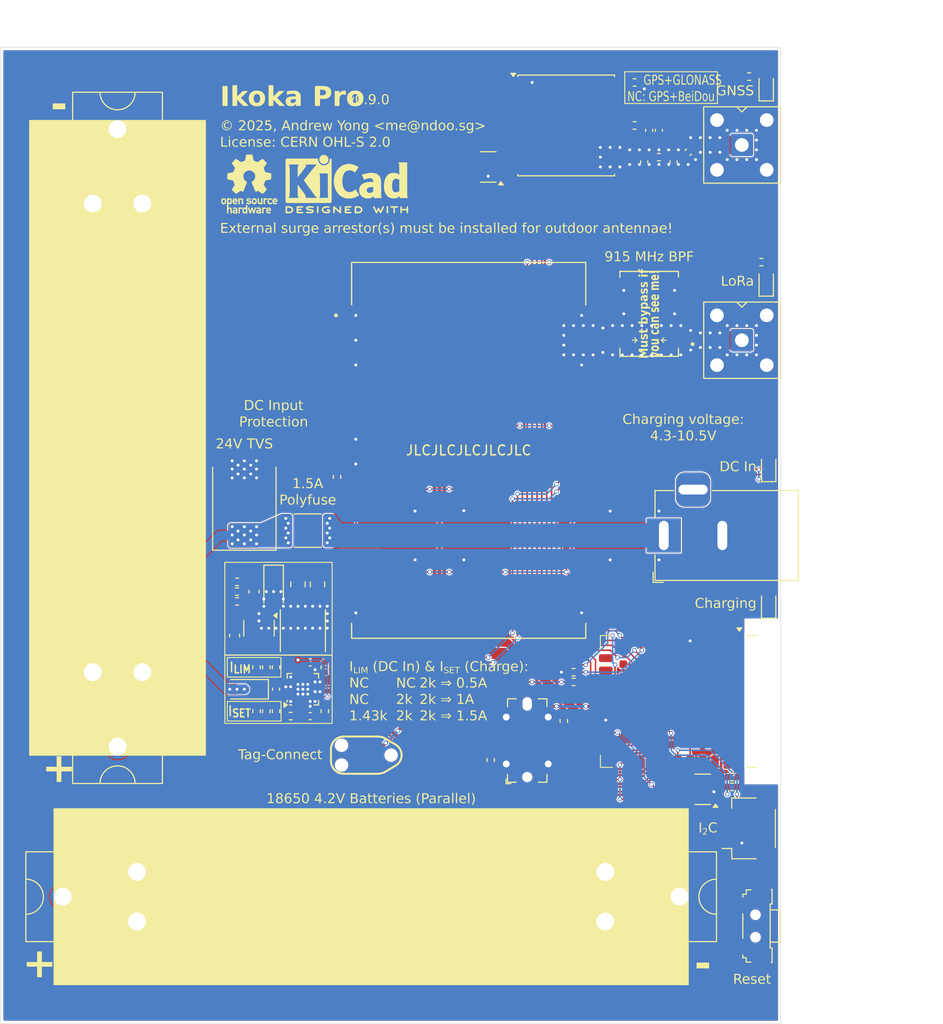
<source format=kicad_pcb>
(kicad_pcb (version 20241229) (generator "pcbnew") (generator_version "9.0")
  (layers (0 "F.Cu" signal) (2 "B.Cu" signal) (13 "F.Paste" user) (15 "B.Paste" user) (5 "F.SilkS" user "F.Silkscreen") (7 "B.SilkS" user "B.Silkscreen") (1 "F.Mask" user) (3 "B.Mask" user) (25 "Edge.Cuts" user))
  (net 0 "")
  (net 1 "Net-(D2-A)")
  (net 2 "LORA_RESET")
  (net 3 "V_{SYS}")
  (net 4 "V_{LORA}")
  (net 5 "Net-(U1-TS)")
  (net 6 "Net-(U1-ISET)")
  (net 7 "V_{BAT}")
  (net 9 "GND")
  (net 10 "Net-(U2-FB)")
  (net 12 "V_{IN}")
  (net 13 "Net-(U1-ILIM)")
  (net 14 "V_{SOLAR}")
  (net 15 "~{PGOOD}")
  (net 16 "~{CHG}")
  (net 17 "LED_PIN")
  (net 18 "LORA_BUSY")
  (net 19 "LORA_RXEN")
  (net 20 "LORA_DIO1")
  (net 21 "LORA_CS")
  (net 22 "I2C_SDA")
  (net 23 "GPS_RX")
  (net 24 "GPS_TX")
  (net 25 "Net-(FL1-IN{slash}OUT)")
  (net 26 "Net-(FL1-OUT{slash}IN)")
  (net 27 "LORA_TXEN")
  (net 31 "~{RESET}")
  (net 33 "V_{DD}_NRF")
  (net 42 "SWDIO")
  (net 48 "SWCLK")
  (net 57 "Net-(J10-In)")
  (net 58 "GPS_EN")
  (net 59 "Net-(U3-VCC)")
  (net 60 "Net-(C8-Pad1)")
  (net 61 "Net-(C10-Pad1)")
  (net 62 "Net-(U3-RF_IN)")
  (net 63 "Net-(U3-~{SAFEBOOT})")
  (net 64 "Net-(U3-VCC_RF)")
  (net 65 "Net-(D5-A)")
  (net 66 "I2C_SCL")
  (net 67 "Net-(D7-A)")
  (net 68 "LORA_MISO")
  (net 69 "LORA_MOSI")
  (net 70 "LORA_SCK")
  (net 72 "Net-(J8-CC1)")
  (net 73 "Net-(J8-CC2)")
  (net 74 "V_{USB}")
  (net 75 "USBD+")
  (net 76 "USBD-")
  (net 79 "/Power/DC_In")
  (net 80 "BATTERY_PIN")
  (net 81 "Net-(J9-Pin_2)")
  (net 82 "/Power/PGOOD_LED")
  (net 83 "/Power/CHG_LED")
  (net 84 "Net-(U3-TIMEPULSE)")
  (footprint "Connector_Coaxial:SMA_BAT_Wireless_BWSMA-KWE-Z001" (layer "F.Cu") (at 186 80 -90)
    (property "Reference" "J3" (hide yes))
    (property "Value" "BWSMA-KWE-Z001")
  )
  (footprint "Inductor_SMD:L_0402_1005Metric" (layer "F.Cu") (at 179.75 59.25 -45)
    (property "Reference" "L2" (hide yes))
    (property "Value" "LQW15AN68NG80D")
  )
  (footprint "Capacitor_SMD:C_0402_1005Metric" (layer "F.Cu") (at 141.75 118.500002)
    (property "Reference" "C1" (hide yes))
    (property "Value" "4.7uF")
  )
  (footprint "Resistor_SMD:R_0402_1005Metric" (layer "F.Cu") (at 136.25 113.5 -90)
    (property "Reference" "R18" (hide yes))
    (property "Value" "1.43k")
  )
  (footprint "Battery:BatteryClip_Keystone_54_D16-19mm" (layer "F.Cu") (at 122 58.38 -90)
    (property "Reference" "J5" (hide yes))
    (property "Value" "Conn_01x01")
  )
  (footprint "Resistor_SMD:R_0402_1005Metric" (layer "F.Cu") (at 185 124.75)
    (property "Reference" "R24" (hide yes))
    (property "Value" "4.7k")
  )
  (footprint "Inductor_SMD:L_Changjiang_FTC404020S" (layer "F.Cu") (at 141 109.75 -90)
    (property "Reference" "L1" (hide yes))
    (property "Value" "FTC404020S4R7MGCA")
  )
  (footprint "Resistor_SMD:R_0402_1005Metric" (layer "F.Cu") (at 138.25 113.500002 -90)
    (property "Reference" "R7" (hide yes))
    (property "Value" "2k")
  )
  (footprint "Capacitor_SMD:C_0402_1005Metric" (layer "F.Cu") (at 177.5 58.5 -90)
    (property "Reference" "C9" (hide yes))
    (property "Value" "100pF")
  )
  (footprint "Resistor_SMD:R_0402_1005Metric" (layer "F.Cu") (at 143.25 113.500002 90)
    (property "Reference" "R10" (hide yes))
    (property "Value" "1.2k")
  )
  (footprint "Connector_BarrelJack:BarrelJack_Horizontal" (layer "F.Cu") (at 178 100 180)
    (property "Reference" "J1" (hide yes))
    (property "Value" "Barrel_Jack_Switch")
  )
  (footprint "Resistor_SMD:R_0402_1005Metric" (layer "F.Cu") (at 168.75 115)
    (property "Reference" "R22" (hide yes))
    (property "Value" "300k")
  )
  (footprint "Resistor_SMD:R_0402_1005Metric" (layer "F.Cu") (at 168.75 114 180)
    (property "Reference" "R23" (hide yes))
    (property "Value" "100k")
  )
  (footprint "Resistor_SMD:R_0402_1005Metric" (layer "F.Cu") (at 138.25 118.000002 -90)
    (property "Reference" "R5" (hide yes))
    (property "Value" "2k")
  )
  (footprint "Capacitor_SMD:C_0805_2012Metric" (layer "F.Cu") (at 142.5 105 -90)
    (property "Reference" "C7" (hide yes))
    (property "Value" "47uF")
  )
  (footprint "Capacitor_SMD:C_0402_1005Metric" (layer "F.Cu") (at 176 61.73 -90)
    (property "Reference" "C11" (hide yes))
    (property "Value" "C")
  )
  (footprint "Resistor_SMD:R_0402_1005Metric" (layer "F.Cu") (at 137.25 118.000002 -90)
    (property "Reference" "R6" (hide yes))
    (property "Value" "2k")
  )
  (footprint "Connector_USB:USB_C_Receptacle_G-Switch_GT-USB-7051x" (layer "F.Cu") (at 164 121 90)
    (property "Reference" "J8" (hide yes))
    (property "Value" "USB_C_Receptacle_USB2.0_16P")
  )
  (footprint "LED_SMD:LED_0603_1608Metric" (layer "F.Cu") (at 188.5 74 90)
    (property "Reference" "D5" (hide yes))
    (property "Value" "LED")
  )
  (footprint "Package_TO_SOT_SMD:SOT-23-6" (layer "F.Cu") (at 136.5 109.5 -90)
    (property "Reference" "U2" (hide yes))
    (property "Value" "MT3608B")
  )
  (footprint "Battery:BatteryClip_Keystone_54_D16-19mm" (layer "F.Cu") (at 122 121.62 90)
    (property "Reference" "J4" (hide yes))
    (property "Value" "Conn_01x01")
  )
  (footprint "Resistor_SMD:R_0402_1005Metric" (layer "F.Cu") (at 167.75 119 90)
    (property "Reference" "R21" (hide yes))
    (property "Value" "510")
  )
  (footprint "Resistor_SMD:R_0402_1005Metric" (layer "F.Cu") (at 134.25 106.75)
    (property "Reference" "R3" (hide yes))
    (property "Value" "300k")
  )
  (footprint "Diode_SMD:D_SOD-123F" (layer "F.Cu") (at 138 105.25 -90)
    (property "Reference" "D2" (hide yes))
    (property "Value" "DSK34")
  )
  (footprint "Package_TO_SOT_SMD:SOT-23-3" (layer "F.Cu") (at 182 126 180)
    (property "Reference" "U7" (hide yes))
    (property "Value" "XC6206P332MR")
  )
  (footprint "Package_TO_SOT_SMD:SOT-23-3" (layer "F.Cu") (at 160 62.25 180)
    (property "Reference" "U6" (hide yes))
    (property "Value" "XC6206P332MR")
  )
  (footprint "Resistor_SMD:R_0402_1005Metric" (layer "F.Cu") (at 134.25 104.75 180)
    (property "Reference" "R1" (hide yes))
    (property "Value" "300k")
  )
  (footprint "Resistor_SMD:R_0402_1005Metric" (layer "F.Cu") (at 137.25 113.500002 -90)
    (property "Reference" "R8" (hide yes))
    (property "Value" "2k")
  )
  (footprint "Connector_Coaxial:SMA_BAT_Wireless_BWSMA-KWE-Z001" (layer "F.Cu") (at 186 60 -90)
    (property "Reference" "J10" (hide yes))
    (property "Value" "BWSMA-KWE-Z001")
  )
  (footprint "Resistor_SMD:R_0402_1005Metric" (layer "F.Cu") (at 134.25 105.75)
    (property "Reference" "R2" (hide yes))
    (property "Value" "39k")
  )
  (footprint "Resistor_SMD:R_0402_1005Metric" (layer "F.Cu") (at 160.25 123 -90)
    (property "Reference" "R20" (hide yes))
    (property "Value" "510")
  )
  (footprint "Capacitor_SMD:C_0402_1005Metric" (layer "F.Cu") (at 179 61.73 -90)
    (property "Reference" "C12" (hide yes))
    (property "Value" "C")
  )
  (footprint "Capacitor_SMD:C_0402_1005Metric" (layer "F.Cu") (at 180.5 60.75 45)
    (property "Reference" "C10" (hide yes))
    (property "Value" "100pF")
  )
  (footprint "DBP:FIL_DBP.915.V.A.30" (layer "F.Cu") (at 176.5 77.299999 180)
    (property "Reference" "FL1" (hide yes))
    (property "Value" "DBP.915.V.A.30")
  )
  (footprint "E22-900M30S:XCVR_E22-900M30S" (layer "F.Cu") (at 158 91.279999 180)
    (property "Reference" "U4" (hide yes))
    (property "Value" "E22-900M30S")
  )
  (footprint "Capacitor_SMD:C_0402_1005Metric" (layer "F.Cu") (at 176.5 58.5 -90)
    (property "Reference" "C8" (hide yes))
    (property "Value" "100nF")
  )
  (footprint "Resistor_SMD:R_0402_1005Metric" (layer "F.Cu") (at 177.5 61.25)
    (property "Reference" "R13" (hide yes))
    (property "Value" "0")
  )
  (footprint "Resistor_SMD:R_0402_1005Metric" (layer "F.Cu") (at 175 58)
    (property "Reference" "R12" (hide yes))
    (property "Value" "0")
  )
  (footprint "Symbol:KiCad-Logo2_5mm_SilkScreen" (layer "F.Cu") (at 145.5 64)
    (property "Reference" "REF**" (hide yes))
    (property "Value" "KiCad-Logo2_5mm_SilkScreen" (hide yes))
  )
  (footprint "Resistor_SMD:R_0402_1005Metric" (layer "F.Cu") (at 186.75 53)
    (property "Reference" "R17" (hide yes))
    (property "Value" "470")
  )
  (footprint "Connector_JST:JST_SH_SM04B-SRSS-TB_1x04-1MP_P1.00mm_Horizontal" (layer "F.Cu") (at 186.75 130 90)
    (property "Reference" "J9" (hide yes))
    (property "Value" "SM04B-SRSS-TB")
  )
  (footprint "RF_GPS:ublox_MAX" (layer "F.Cu") (at 168 58)
    (property "Reference" "U3" (hide yes))
    (property "Value" "L76K")
  )
  (footprint "Button_Switch_SMD:SW_SPST_TS36CA-0.6" (layer "F.Cu") (at 188 140 -90)
    (property "Reference" "SW2" (hide yes))
    (property "Value" "TS36CA-0.6")
  )
  (footprint "Diode_SMD:D_SMC" (layer "F.Cu") (at 135 96.6 90)
    (property "Reference" "D8" (hide yes))
    (property "Value" "SMCJ24A")
  )
  (footprint "Capacitor_SMD:C_0402_1005Metric" (layer "F.Cu") (at 138.25 115.750002 -90)
    (property "Reference" "C5" (hide yes))
    (property "Value" "1uF")
  )
  (footprint "Resistor_SMD:R_0402_1005Metric" (layer "F.Cu") (at 139.75 118.5 180)
    (property "Reference" "R4" (hide yes))
    (property "Value" "10k")
  )
  (footprint "Capacitor_SMD:C_0603_1608Metric" (layer "F.Cu") (at 134 110.25 90)
    (property "Reference" "C3" (hide yes))
    (property "Value" "22uF")
  )
  (footprint "Resistor_SMD:R_0402_1005Metric" (layer "F.Cu") (at 144.5 94 90)
    (property "Reference" "R11" (hide yes))
    (property "Value" "300k")
  )
  (footprint "Capacitor_SMD:C_0402_1005Metric" (layer "F.Cu") (at 141.75 113.000002)
    (property "Reference" "C2" (hide yes))
    (property "Value" "4.7uF")
  )
  (footprint "Resistor_SMD:R_0402_1005Metric" (layer "F.Cu") (at 143.25 118.000002 -90)
    (property "Reference" "R9" (hide yes))
    (property "Value" "1.2k")
  )
  (footprint "LED_SMD:LED_0603_1608Metric" (layer "F.Cu") (at 188.75 93 90)
    (property "Reference" "D3" (hide yes))
    (property "Value" "LED")
  )
  (footprint "Package_DFN_QFN:VQFN-16-1EP_3x3mm_P0.5mm_EP1.6x1.6mm" (layer "F.Cu") (at 141 115.75 90)
    (property "Reference" "U1" (hide yes))
    (property "Value" "BQ24074RGT")
  )
  (footprint "LED_SMD:LED_0603_1608Metric" (layer "F.Cu") (at 188.75 107 90)
    (property "Reference" "D4" (hide yes))
    (property "Value" "LED")
  )
  (footprint "Resistor_SMD:R_0402_1005Metric" (layer "F.Cu") (at 136.25 118 -90)
    (property "Reference" "R19" (hide yes))
    (property "Value" "1.43k")
  )
  (footprint "Capacitor_SMD:C_0603_1608Metric" (layer "F.Cu") (at 136 105.75 -90)
    (property "Reference" "C4" (hide yes))
    (property "Value" "22uF")
  )
  (footprint "Battery:BatteryClip_Keystone_54_D16-19mm" (layer "F.Cu") (at 116.38 137)
    (property "Reference" "J6" (hide yes))
    (property "Value" "Conn_01x01")
  )
  (footprint "Diode_SMD:D_SOD-123F" (layer "F.Cu") (at 135.25 115.750001 180)
    (property "Reference" "D1" (hide yes))
    (property "Value" "DSK34")
  )
  (footprint "PCM_marbastlib-various:nRF52840_E73-2G4M08S1C" (layer "F.Cu") (at 180.75 117 -90)
    (property "Reference" "U5" (hide yes))
    (property "Value" "nRF52840_E73-2G4M08S1C" (hide yes))
  )
  (footprint "Resistor_SMD:R_0402_1005Metric" (layer "F.Cu") (at 188 72)
    (property "Reference" "R15" (hide yes))
    (property "Value" "470")
  )
  (footprint "Symbol:OSHW-Logo_5.7x6mm_SilkScreen" (layer "F.Cu") (at 135.5 64)
    (property "Reference" "REF**" (hide yes))
    (property "Value" "OSHW-Logo_5.7x6mm_SilkScreen" (hide yes))
  )
  (footprint "PCM_marbastlib-various:CON_TC2030_outlined" (layer "F.Cu") (at 147.5 122.5 180)
    (property "Reference" "J2" (hide yes))
    (property "Value" "Conn_ARM_JTAG_SWD_10" (hide yes))
  )
  (footprint "Fuse:Fuse_1812_4532Metric" (layer "F.Cu") (at 141.5 99.5 180)
    (property "Reference" "F1" (hide yes))
    (property "Value" "1812L150/33")
  )
  (footprint "LED_SMD:LED_0603_1608Metric" (layer "F.Cu") (at 188.5 54 90)
    (property "Reference" "D7" (hide yes))
    (property "Value" "LED")
  )
  (footprint "Capacitor_SMD:C_0805_2012Metric" (layer "F.Cu") (at 140.5 105 -90)
    (property "Reference" "C6" (hide yes))
    (property "Value" "47uF")
  )
  (footprint "Resistor_SMD:R_0402_1005Metric" (layer "F.Cu") (at 185 125.75)
    (property "Reference" "R25" (hide yes))
    (property "Value" "4.7k")
  )
  (footprint "Battery:BatteryClip_Keystone_54_D16-19mm" (layer "F.Cu") (at 179.62 137 180)
    (property "Reference" "J7" (hide yes))
    (property "Value" "Conn_01x01")
  )
  (footprint "Resistor_SMD:R_0402_1005Metric" (layer "F.Cu") (at 175 53.6)
    (property "Reference" "R14" (hide yes))
    (property "Value" "300k")
  )
  (gr_line (start 178 79.75) (end 177.75 80) (stroke (width 0.1)) (layer "F.SilkS"))
  (gr_line (start 175.25 80) (end 175 80.25) (stroke (width 0.1)) (layer "F.SilkS"))
  (gr_rect (start 174 52.5) (end 183.5 55.75) (stroke (width 0.1)) (fill no) (layer "F.SilkS"))
  (gr_poly (pts (xy 138.76 117) (xy 138.76 119) (xy 133.25 119) (xy 133.25 117)) (stroke (width 0.1)) (fill no) (layer "F.SilkS"))
  (gr_line (start 177.75 80) (end 178 80.25) (stroke (width 0.1)) (layer "F.SilkS"))
  (gr_line (start 177.75 80) (end 178.25 80) (stroke (width 0.1)) (layer "F.SilkS"))
  (gr_poly (pts (xy 133 102.75) (xy 144 102.75) (xy 144 112.25) (xy 133 112.25)) (stroke (width 0.1)) (fill no) (layer "F.SilkS"))
  (gr_rect (start 113 57.5) (end 131 122.5) (stroke (width 0.12)) (fill yes) (layer "F.SilkS"))
  (gr_line (start 174.75 80) (end 175.25 80) (stroke (width 0.1)) (layer "F.SilkS"))
  (gr_rect (start 115.5 128) (end 180.5 146) (stroke (width 0.12)) (fill yes) (layer "F.SilkS"))
  (gr_poly (pts (xy 138.75 112.5) (xy 138.75 114.5) (xy 133.25 114.5) (xy 133.25 112.5)) (stroke (width 0.1)) (fill no) (layer "F.SilkS"))
  (gr_line (start 175.25 80) (end 175 79.75) (stroke (width 0.1)) (layer "F.SilkS"))
  (gr_rect (start 133 112.25) (end 144 119.25) (stroke (width 0.1)) (fill no) (layer "F.SilkS"))
  (gr_rect (start 110 50) (end 190 150) (stroke (width 0.05)) (fill no) (layer "Edge.Cuts"))
  (gr_text "Ikoka Pro" (at 132.5 54 0) (layer "F.SilkS") (effects (font (size 2 2) (thickness 0.2) (bold yes)) (justify left top)))
  (gr_text "+" (at 116 124 0) (layer "F.SilkS") (effects (font (size 3 3) (thickness 0.4) (bold yes))))
  (gr_text "External surge arrestor(s) must be installed for outdoor antennae!" (at 132.5 68 0) (layer "F.SilkS") (effects (font (size 1 1) (thickness 0.125)) (justify left top)))
  (gr_text "18650 4.2V Batteries (Parallel)" (at 148 127 0) (layer "F.SilkS") (effects (font (size 1 1) (thickness 0.125))))
  (gr_text "Tag-Connect" (at 143 122.5 0) (layer "F.SilkS") (effects (font (size 1 1) (thickness 0.1)) (justify right)))
  (gr_text "     GPS+GLONASS\nNC: GPS+BeiDou" (at 174.25 54.25 0) (layer "F.SilkS") (effects (font (size 1 0.75)) (justify left)))
  (gr_text "DC Input\nProtection" (at 138 89 0) (layer "F.SilkS") (effects (font (size 1 1) (thickness 0.125)) (justify bottom)))
  (gr_text "LoRa" (at 187.25 74 0) (layer "F.SilkS") (effects (font (size 1 1)) (justify right)))
  (gr_text "I_{LIM}" (at 135.75 113.5 0) (layer "F.SilkS") (effects (font (size 1 0.9)) (justify right)))
  (gr_text "Charging" (at 187.5 107 0) (layer "F.SilkS") (effects (font (size 1 1)) (justify right)))
  (gr_text "Must bypass if" (at 176.5 77.299999 90) (layer "F.SilkS") (effects (font (size 0.9 0.8) (thickness 0.125) (bold yes)) (justify bottom)))
  (gr_text "Charging voltage:\n4.3-10.5V" (at 180 89 0) (layer "F.SilkS") (effects (font (size 1 1) (thickness 0.1))))
  (gr_text "-" (at 182 144 0) (layer "F.SilkS") (effects (font (size 3 3) (thickness 0.4) (bold yes))))
  (gr_text "I_{LIM} (DC In) & I_{SET} (Charge):\nNC		NC	2k ⇒ 0.5A\nNC		2k	2k ⇒ 1A\n1.43k	2k	2k ⇒ 1.5A" (at 145.75 116 0) (layer "F.SilkS") (effects (font (size 1 1) (thickness 0.125)) (justify left)))
  (gr_text "you can see me!" (at 176.5 77.299999 90) (layer "F.SilkS") (effects (font (size 1 0.7) (thickness 0.125) (bold yes)) (justify top)))
  (gr_text "I_{2}C" (at 183.5 130 0) (layer "F.SilkS") (effects (font (size 1 1)) (justify right)))
  (gr_text "Reset" (at 189 145.5 0) (layer "F.SilkS") (effects (font (size 1 1)) (justify right)))
  (gr_text "24V TVS" (at 135 91.25 0) (layer "F.SilkS") (effects (font (size 1 1) (thickness 0.125)) (justify bottom)))
  (gr_text "JLCJLCJLCJLCJLC" (at 158 91.279999 0) (layer "F.SilkS") (effects (font (size 1 1))))
  (gr_text "I_{SET}" (at 135.75 118 0) (layer "F.SilkS") (effects (font (size 1 0.9)) (justify right)))
  (gr_text "-" (at 116 56 0) (layer "F.SilkS") (effects (font (size 3 3) (thickness 0.4) (bold yes))))
  (gr_text "GNSS" (at 187.25 54.5 0) (layer "F.SilkS") (effects (font (size 1 1)) (justify right)))
  (gr_text "1.5A\nPolyfuse" (at 141.5 97 0) (layer "F.SilkS") (effects (font (size 1 1) (thickness 0.125)) (justify bottom)))
  (gr_text "© 2025, Andrew Yong <me@ndoo.sg>\nLicense: CERN OHL-S 2.0" (at 132.5 57.5 0) (layer "F.SilkS") (effects (font (size 1 1)) (justify left top)))
  (gr_text "v0.9.0" (at 145.5 56 0) (layer "F.SilkS") (effects (font (size 1 1) (thickness 0.1)) (justify left bottom)))
  (gr_text "+" (at 114 144 0) (layer "F.SilkS") (effects (font (size 3 3) (thickness 0.4) (bold yes))))
  (gr_text "DC In" (at 187.5 93 0) (layer "F.SilkS") (effects (font (size 1 1)) (justify right)))
  (gr_text "915 MHz BPF" (at 176.5 71.5 0) (layer "F.SilkS") (effects (font (size 1 1) (thickness 0.125))))
  (segment (start 135 102) (end 144.25 102) (width 0.16) (layer "F.Cu") (net 2))
  (segment (start 182.925 108.25) (end 173 108.25) (width 0.16) (layer "F.Cu") (net 2))
  (segment (start 171 106.25) (end 171 104.25) (width 0.16) (layer "F.Cu") (net 2))
  (segment (start 133.25 107.25) (end 133.75 106.75) (width 0.16) (layer "F.Cu") (net 2))
  (segment (start 156 103.75) (end 161.75 103.75) (width 0.16) (layer "F.Cu") (net 2))
  (segment (start 133.25 107.25) (end 133 107) (width 0.16) (layer "F.Cu") (net 2))
  (segment (start 170.85 104.1) (end 168.35 104.1) (width 0.16) (layer "F.Cu") (net 2))
  (segment (start 184.51 109.835) (end 182.925 108.25) (width 0.16) (layer "F.Cu") (net 2))
  (segment (start 133 107) (end 133 104) (width 0.16) (layer "F.Cu") (net 2))
  (segment (start 149.05 101.55) (end 151.25 103.75) (width 0.16) (layer "F.Cu") (net 2))
  (segment (start 168 101.874999) (end 169.575 100.299999) (width 0.16) (layer "F.Cu") (net 2))
  (segment (start 135.550001 110.25) (end 133.5 110.25) (width 0.16) (layer "F.Cu") (net 2))
  (segment (start 133.5 110.25) (end 133.25 110) (width 0.16) (layer "F.Cu") (net 2))
  (segment (start 168.35 104.1) (end 168 103.75) (width 0.16) (layer "F.Cu") (net 2))
  (segment (start 135.550001 110.6375) (end 135.550001 110.25) (width 0.16) (layer "F.Cu") (net 2))
  (segment (start 144.25 102) (end 144.7 101.55) (width 0.16) (layer "F.Cu") (net 2))
  (segment (start 184.51 110.799999) (end 184.51 109.835) (width 0.16) (layer "F.Cu") (net 2))
  (segment (start 171 104.25) (end 170.85 104.1) (width 0.16) (layer "F.Cu") (net 2))
  (segment (start 168 103.75) (end 168 101.874999) (width 0.16) (layer "F.Cu") (net 2))
  (segment (start 133 104) (end 135 102) (width 0.16) (layer "F.Cu") (net 2))
  (segment (start 173 108.25) (end 171 106.25) (width 0.16) (layer "F.Cu") (net 2))
  (segment (start 133.25 110) (end 133.25 107.25) (width 0.16) (layer "F.Cu") (net 2))
  (segment (start 151.25 103.75) (end 154 103.75) (width 0.16) (layer "F.Cu") (net 2))
  (segment (start 144.7 101.55) (end 149.05 101.55) (width 0.16) (layer "F.Cu") (net 2))
  (via (at 161.75 103.75) (size 0.45) (drill 0.3) (layers "F.Cu" "B.Cu") (net 2))
  (via (at 156 103.75) (size 0.45) (drill 0.3) (layers "F.Cu" "B.Cu") (net 2))
  (via (at 154 103.75) (size 0.45) (drill 0.3) (layers "F.Cu" "B.Cu") (net 2))
  (via (at 168 103.75) (size 0.45) (drill 0.3) (layers "F.Cu" "B.Cu") (net 2))
  (segment (start 168 103.75) (end 161.75 103.75) (width 0.16) (layer "B.Cu") (net 2))
  (segment (start 154 103.75) (end 156 103.75) (width 0.16) (layer "B.Cu") (net 2))
  (segment (start 155 65) (end 157.75 62.25) (width 0.4) (layer "F.Cu") (net 3))
  (segment (start 187.75 93.25) (end 187.5 93.25) (width 0.16) (layer "F.Cu") (net 3))
  (segment (start 155 111) (end 155 65) (width 0.4) (layer "F.Cu") (net 3))
  (segment (start 143.5 116.500002) (end 142.437499 116.500002) (width 0.16) (layer "F.Cu") (net 3))
  (segment (start 187.5 93.25) (end 185 90.75) (width 0.16) (layer "F.Cu") (net 3))
  (segment (start 188.5 105.962499) (end 188.75 106.212499) (width 0.16) (layer "F.Cu") (net 3))
  (segment (start 171.25 88.75) (end 166.25 88.75) (width 0.16) (layer "F.Cu") (net 3))
  (segment (start 172.05 120.18) (end 173.25 120.18) (width 0.16) (layer "F.Cu") (net 3))
  (segment (start 156 111) (end 162 111) (width 0.8) (layer "F.Cu") (net 3))
  (segment (start 187.75 94.25) (end 188.5 95) (width 0.16) (layer "F.Cu") (net 3))
  (segment (start 180.8625 126) (end 177.25 126) (width 0.16) (layer "F.Cu") (net 3))
  (segment (start 163.25 88.75) (end 155 88.75) (width 0.16) (layer "F.Cu") (net 3))
  (segment (start 157.75 62.25) (end 158.8625 62.25) (width 0.4) (layer "F.Cu") (net 3))
  (segment (start 177.25 126) (end 176.75 125.5) (width 0.16) (layer "F.Cu") (net 3))
  (segment (start 142.25 111) (end 141.25 112) (width 0.8) (layer "F.Cu") (net 3))
  (segment (start 187.75 93.25) (end 188.75 92.25) (width 0.16) (layer "F.Cu") (net 3))
  (segment (start 156 111) (end 142.25 111) (width 0.8) (layer "F.Cu") (net 3))
  (segment (start 171.180001 120.180001) (end 172.05 120.180001) (width 0.8) (layer "F.Cu") (net 3))
  (segment (start 141.25 112) (end 141.25 112.980002) (width 0.8) (layer "F.Cu") (net 3))
  (segment (start 185 90.75) (end 173.25 90.75) (width 0.16) (layer "F.Cu") (net 3))
  (segment (start 188.5 95) (end 188.5 105.962499) (width 0.16) (layer "F.Cu") (net 3))
  (segment (start 162 111) (end 171.180001 120.180001) (width 0.8) (layer "F.Cu") (net 3))
  (segment (start 188.75 92.25) (end 188.75 92.212499) (width 0.16) (layer "F.Cu") (net 3))
  (segment (start 173.25 90.75) (end 171.25 88.75) (width 0.16) (layer "F.Cu") (net 3))
  (via (at 176.75 125.5) (size 0.45) (drill 0.3) (layers "F.Cu" "B.Cu") (net 3))
  (via (at 187.75 94.25) (size 0.45) (drill 0.3) (layers "F.Cu" "B.Cu") (net 3))
  (via (at 163.25 88.75) (size 0.45) (drill 0.3) (layers "F.Cu" "B.Cu") (net 3))
  (via (at 143.5 116.500002) (size 0.45) (drill 0.3) (layers "F.Cu" "B.Cu") (net 3))
  (via (at 166.25 88.75) (size 0.45) (drill 0.3) (layers "F.Cu" "B.Cu") (net 3))
  (via (at 140.5 112.75) (size 0.45) (drill 0.3) (layers "F.Cu" "B.Cu") (net 3))
  (via (at 173.25 120.18) (size 0.45) (drill 0.3) (layers "F.Cu" "B.Cu") (net 3))
  (via (at 187.75 93.25) (size 0.45) (drill 0.3) (layers "F.Cu" "B.Cu") (net 3))
  (segment (start 176 122.93) (end 173.25 120.18) (width 0.16) (layer "B.Cu") (net 3))
  (segment (start 143 112.75) (end 143.5 113.25) (width 0.16) (layer "B.Cu") (net 3))
  (segment (start 176.75 125.5) (end 176 124.75) (width 0.16) (layer "B.Cu") (net 3))
  (segment (start 176 124.75) (end 176 122.93) (width 0.16) (layer "B.Cu") (net 3))
  (segment (start 143.5 113.25) (end 143.5 116.500002) (width 0.16) (layer "B.Cu") (net 3))
  (segment (start 166.25 88.75) (end 163.25 88.75) (width 0.16) (layer "B.Cu") (net 3))
  (segment (start 187.75 93.25) (end 187.75 94.25) (width 0.16) (layer "B.Cu") (net 3))
  (segment (start 140.5 112.75) (end 143 112.75) (width 0.16) (layer "B.Cu") (net 3))
  (segment (start 140.25 117.1875) (end 140.25 118.500002) (width 0.16) (layer "F.Cu") (net 5))
  (segment (start 138.572497 117.490003) (end 136.250001 117.490003) (width 0.16) (layer "F.Cu") (net 6))
  (segment (start 136.250001 117.490003) (end 136.25 117.490002) (width 0.16) (layer "F.Cu") (net 6))
  (segment (start 139.5625 116.5) (end 138.572497 117.490003) (width 0.16) (layer "F.Cu") (net 6))
  (segment (start 123 126) (end 135.75 126) (width 1) (layer "F.Cu") (net 7))
  (segment (start 135.75 126) (end 141.25 120.5) (width 1) (layer "F.Cu") (net 7))
  (segment (start 164.5 115) (end 150 115) (width 0.16) (layer "F.Cu") (net 7))
  (segment (start 145 120) (end 141.25 120) (width 0.16) (layer "F.Cu") (net 7))
  (segment (start 150 115) (end 145 120) (width 0.16) (layer "F.Cu") (net 7))
  (segment (start 141.25 120.5) (end 141.25 118.5) (width 1) (layer "F.Cu") (net 7))
  (segment (start 168.24 115) (end 167.5 115) (width 0.16) (layer "F.Cu") (net 7))
  (via (at 164.5 115) (size 0.45) (drill 0.3) (layers "F.Cu" "B.Cu") (net 7))
  (via (at 167.5 115) (size 0.45) (drill 0.3) (layers "F.Cu" "B.Cu") (net 7))
  (segment (start 165.5 115) (end 164.5 115) (width 0.16) (layer "B.Cu") (net 7))
  (segment (start 167.5 115) (end 165.5 115) (width 0.16) (layer "B.Cu") (net 7))
  (segment (start 176.5 58.98) (end 176.5 60.5) (width 0.16) (layer "F.Cu") (net 9))
  (segment (start 160 63.2) (end 161.1375 63.2) (width 0.16) (layer "F.Cu") (net 9))
  (segment (start 164.5 53.6) (end 163.25 53.6) (width 0.16) (layer "F.Cu") (net 9))
  (segment (start 183.1375 126.25) (end 183.1375 126.949999) (width 0.16) (layer "F.Cu") (net 9))
  (segment (start 168.240001 114) (end 167.5 114) (width 0.16) (layer "F.Cu") (net 9))
  (segment (start 172.65 62.4) (end 172.5 62.25) (width 0.16) (layer "F.Cu") (net 9))
  (segment (start 172.75 60.2) (end 172.55 60.2) (width 0.16) (layer "F.Cu") (net 9))
  (segment (start 172.75 62.4) (end 172.65 62.4) (width 0.16) (layer "F.Cu") (net 9))
  (segment (start 166.15 118.6) (end 167.64 118.6) (width 0.16) (layer "F.Cu") (net 9))
  (segment (start 177.5 58.98) (end 177.5 60.5) (width 0.16) (layer "F.Cu") (net 9))
  (segment (start 161.85 123.4) (end 160.36 123.4) (width 0.16) (layer "F.Cu") (net 9))
  (segment (start 160.36 123.4) (end 160.25 123.51) (width 0.16) (layer "F.Cu") (net 9))
  (segment (start 178.71 62.21) (end 178.5 62) (width 0.16) (layer "F.Cu") (net 9))
  (segment (start 172.55 60.2) (end 172.5 60.25) (width 0.16) (layer "F.Cu") (net 9))
  (segment (start 176 62.21) (end 176.29 62.21) (width 0.16) (layer "F.Cu") (net 9))
  (segment (start 179 62.21) (end 178.71 62.21) (width 0.16) (layer "F.Cu") (net 9))
  (segment (start 167.64 118.6) (end 167.75 118.49) (width 0.16) (layer "F.Cu") (net 9))
  (segment (start 176 54.25) (end 175.51 53.76) (width 0.16) (layer "F.Cu") (net 9))
  (segment (start 184.75 131.5) (end 186 131.5) (width 0.16) (layer "F.Cu") (net 9))
  (segment (start 176.29 62.21) (end 176.5 62) (width 0.16) (layer "F.Cu") (net 9))
  (segment (start 175.51 53.76) (end 175.51 53.6) (width 0.16) (layer "F.Cu") (net 9))
  (via (at 157.5 97.468363) (size 0.45) (drill 0.3) (layers "F.Cu" "B.Cu") (net 9))
  (via (at 133.75 93.2) (size 0.45) (drill 0.3) (layers "F.Cu" "B.Cu") (net 9))
  (via (at 136.25 94.1) (size 0.45) (drill 0.3) (layers "F.Cu" "B.Cu") (net 9))
  (via (at 167.5 114) (size 0.45) (drill 0.3) (layers "F.Cu" "B.Cu") (net 9))
  (via (at 169.575 77.459999) (size 0.45) (drill 0.3) (layers "F.Cu" "B.Cu") (net 9))
  (via (at 171.5 62.25) (size 0.45) (drill 0.3) (layers "F.Cu" "B.Cu") (net 9))
  (via (at 185.5 78.5) (size 0.45) (drill 0.3) (layers "F.Cu" "B.Cu") (net 9))
  (via (at 140.5 107.25) (size 0.45) (drill 0.3) (layers "F.Cu" "B.Cu") (net 9))
  (via (at 142.75 116) (size 0.45) (drill 0.3) (layers "F.Cu" "B.Cu") (net 9))
  (via (at 167.75 79.5) (size 0.45) (drill 0.3) (layers "F.Cu" "B.Cu") (net 9))
  (via (at 176.5 62) (size 0.45) (drill 0.3) (layers "F.Cu" "B.Cu") (net 9))
  (via (at 172.75 78.5) (size 0.45) (drill 0.3) (layers "F.Cu" "B.Cu") (net 9))
  (via (at 187.5 78.5) (size 0.45) (drill 0.3) (layers "F.Cu" "B.Cu") (net 9))
  (via (at 181.25 61.5) (size 0.45) (drill 0.3) (layers "F.Cu" "B.Cu") (net 9))
  (via (at 142.25 117) (size 0.45) (drill 0.3) (layers "F.Cu" "B.Cu") (net 9))
  (via (at 140.5 115.75) (size 0.45) (drill 0.3) (layers "F.Cu" "B.Cu") (net 9))
  (via (at 167.75 80.5) (size 0.45) (drill 0.3) (layers "F.Cu" "B.Cu") (net 9))
  (via (at 176.75 78.5) (size 0.45) (drill 0.3) (layers "F.Cu" "B.Cu") (net 9))
  (via (at 180.7 110.8) (size 0.45) (drill 0.3) (layers "F.Cu" "B.Cu") (net 9))
  (via (at 136.25 92.35) (size 0.45) (drill 0.3) (layers "F.Cu" "B.Cu") (net 9))
  (via (at 187.5 61.5) (size 0.45) (drill 0.3) (layers "F.Cu" "B.Cu") (net 9))
  (via (at 175.75 78.5) (size 0.45) (drill 0.3) (layers "F.Cu" "B.Cu") (net 9))
  (via (at 186.5 58.5) (size 0.45) (drill 0.3) (layers "F.Cu" "B.Cu") (net 9))
  (via (at 141.25 109.5) (size 0.45) (drill 0.3) (layers "F.Cu" "B.Cu") (net 9))
  (via (at 178.75 81.5) (size 0.45) (drill 0.3) (layers "F.Cu" "B.Cu") (net 9))
  (via (at 140.5 115.25) (size 0.45) (drill 0.3) (layers "F.Cu" "B.Cu") (net 9))
  (via (at 141 116.25) (size 0.45) (drill 0.3) (layers "F.Cu" "B.Cu") (net 9))
  (via (at 141 115.25) (size 0.45) (drill 0.3) (layers "F.Cu" "B.Cu") (net 9))
  (via (at 176.5 60.5) (size 0.45) (drill 0.3) (layers "F.Cu" "B.Cu") (net 9))
  (via (at 183.75 80.75) (size 0.45) (drill 0.3) (layers "F.Cu" "B.Cu") (net 9))
  (via (at 178.75 78.5) (size 0.45) (drill 0.3) (layers "F.Cu" "B.Cu") (net 9))
  (via (at 179.1 74.899999) (size 0.45) (drill 0.3) (layers "F.Cu" "B.Cu") (net 9))
  (via (at 179.5 62) (size 0.45) (drill 0.3) (layers "F.Cu" "B.Cu") (net 9))
  (via (at 138.25 109.5) (size 0.45) (drill 0.3) (layers "F.Cu" "B.Cu") (net 9))
  (via (at 172.5 62.25) (size 0.45) (drill 0.3) (layers "F.Cu" "B.Cu") (net 9))
  (via (at 135 94.1) (size 0.45) (drill 0.3) (layers "F.Cu" "B.Cu") (net 9))
  (via (at 173.5 60.25) (size 0.45) (drill 0.3) (layers "F.Cu" "B.Cu") (net 9))
  (via (at 136.25 93.2) (size 0.45) (drill 0.3) (layers "F.Cu" "B.Cu") (net 9))
  (via (at 142.25 115) (size 0.45) (drill 0.3) (layers "F.Cu" "B.Cu") (net 9))
  (via (at 173.9 77.299999) (size 0.45) (drill 0.3) (layers "F.Cu" "B.Cu") (net 9))
  (via (at 172.05 118.91) (size 0.45) (drill 0.3) (layers "F.Cu" "B.Cu") (net 9))
  (via (at 177.5 62) (size 0.45) (drill 0.3) (layers "F.Cu" "B.Cu") (net 9))
  (via (at 137 106.5) (size 0.45) (drill 0.3) (layers "F.Cu" "B.Cu") (net 9))
  (via (at 175.5 60.5) (size 0.45) (drill 0.3) (layers "F.Cu" "B.Cu") (net 9))
  (via (at 139.75 109.5) (size 0.45) (drill 0.3) (layers "F.Cu" "B.Cu") (net 9))
  (via (at 138 105.75) (size 0.45) (drill 0.3) (layers "F.Cu" "B.Cu") (net 9))
  (via (at 139.75 117) (size 0.45) (drill 0.3) (layers "F.Cu" "B.Cu") (net 9))
  (via (at 183.75 79.25) (size 0.45) (drill 0.3) (layers "F.Cu" "B.Cu") (net 9))
  (via (at 137.250001 105.75) (size 0.45) (drill 0.3) (layers "F.Cu" "B.Cu") (net 9))
  (via (at 174.5 60.5) (size 0.45) (drill 0.3) (layers "F.Cu" "B.Cu") (net 9))
  (via (at 178.5 60.5) (size 0.45) (drill 0.3) (layers "F.Cu" "B.Cu") (net 9))
  (via (at 137 107.25) (size 0.45) (drill 0.3) (layers "F.Cu" "B.Cu") (net 9))
  (via (at 142.75 115) (size 0.45) (drill 0.3) (layers "F.Cu" "B.Cu") (net 9))
  (via (at 133.75 94.1) (size 0.45) (drill 0.3) (layers "F.Cu" "B.Cu") (net 9))
  (via (at 172.5 97.5) (size 0.45) (drill 0.3) (layers "F.Cu" "B.Cu") (net 9))
  (via (at 173.9 74.899999) (size 0.45) (drill 0.3) (layers "F.Cu" "B.Cu") (net 9))
  (via (at 141.25 107.25) (size 0.45) (drill 0.3) (layers "F.Cu" "B.Cu") (net 9))
  (via (at 172.5 102.5) (size 0.45) (drill 0.3) (layers "F.Cu" "B.Cu") (net 9))
  (via (at 180.75 59.25) (size 0.45) (drill 0.3) (layers "F.Cu" "B.Cu") (net 9))
  (via (at 143.5 108.749999) (size 0.45) (drill 0.3) (layers "F.Cu" "B.Cu") (net 9))
  (via (at 185.5 81.5) (size 0.45) (drill 0.3) (layers "F.Cu" "B.Cu") (net 9))
  (via (at 139.75 114.5) (size 0.45) (drill 0.3) (layers "F.Cu" "B.Cu") (net 9))
  (via (at 139.75 107.25) (size 0.45) (drill 0.3) (layers "F.Cu" "B.Cu") (net 9))
  (via (at 142 109.5) (size 0.45) (drill 0.3) (layers "F.Cu" "B.Cu") (net 9))
  (via (at 134.35 92.8) (size 0.45) (drill 0.3) (layers "F.Cu" "B.Cu") (net 9))
  (via (at 133.75 92.35) (size 0.45) (drill 0.3) (layers "F.Cu" "B.Cu") (net 9))
  (via (at 185.5 61.5) (size 0.45) (drill 0.3) (layers "F.Cu" "B.Cu") (net 9))
  (via (at 175.75 81.5) (size 0.45) (drill 0.3) (layers "F.Cu" "B.Cu") (net 9))
  (via (at 169.575 82.539999) (size 0.45) (drill 0.3) (layers "F.Cu" "B.Cu") (net 9))
  (via (at 182.75 60.75) (size 0.45) (drill 0.3) (layers "F.Cu" "B.Cu") (net 9))
  (via (at 142.75 107.25) (size 0.45) (drill 0.3) (layers "F.Cu" "B.Cu") (net 9))
  (via (at 184.5 58.5) (size 0.45) (drill 0.3) (layers "F.Cu" "B.Cu") (net 9))
  (via (at 135.65 92.8) (size 0.45) (drill 0.3) (layers "F.Cu" "B.Cu") (net 9))
  (via (at 181.75 80.75) (size 0.45) (drill 0.3) (layers "F.Cu" "B.Cu") (net 9))
  (via (at 179.1 77.299999) (size 0.45) (drill 0.3) (layers "F.Cu" "B.Cu") (net 9))
  (via (at 173.75 81.5) (size 0.45) (drill 0.3) (layers "F.Cu" "B.Cu") (net 9))
  (via (at 183.75 59.25) (size 0.45) (drill 0.3) (layers "F.Cu" "B.Cu") (net 9))
  (via (at 139 107.25) (size 0.45) (drill 0.3) (layers "F.Cu" "B.Cu") (net 9))
  (via (at 141 115.75) (size 0.45) (drill 0.3) (layers "F.Cu" "B.Cu") (net 9))
  (via (at 171.75 78.75) (size 0.45) (drill 0.3) (layers "F.Cu" "B.Cu") (net 9))
  (via (at 167.75 78.5) (size 0.45) (drill 0.3) (layers "F.Cu" "B.Cu") (net 9))
  (via (at 179.75 81.5) (size 0.45) (drill 0.3) (layers "F.Cu" "B.Cu") (net 9))
  (via (at 172.75 81.5) (size 0.45) (drill 0.3) (layers "F.Cu" "B.Cu") (net 9))
  (via (at 187.5 59.5) (size 0.45) (drill 0.3) (layers "F.Cu" "B.Cu") (net 9))
  (via (at 135 92.35) (size 0.45) (drill 0.3) (layers "F.Cu" "B.Cu") (net 9))
  (via (at 183.75 60.75) (size 0.45) (drill 0.3) (layers "F.Cu" "B.Cu") (net 9))
  (via (at 182.75 80.75) (size 0.45) (drill 0.3) (layers "F.Cu" "B.Cu") (net 9))
  (via (at 143.5 108) (size 0.45) (drill 0.3) (layers "F.Cu" "B.Cu") (net 9))
  (via (at 187.5 80.5) (size 0.45) (drill 0.3) (layers "F.Cu" "B.Cu") (net 9))
  (via (at 174.75 78.5) (size 0.45) (drill 0.3) (layers "F.Cu" "B.Cu") (net 9))
  (via (at 181.75 59.25) (size 0.45) (drill 0.3) (layers "F.Cu" "B.Cu") (net 9))
  (via (at 184.5 61.5) (size 0.45) (drill 0.3) (layers "F.Cu" "B.Cu") (net 9))
  (via (at 140.5 109.5) (size 0.45) (drill 0.3) (layers "F.Cu" "B.Cu") (net 9))
  (via (at 139 109.5) (size 0.45) (drill 0.3) (layers "F.Cu" "B.Cu") (net 9))
  (via (at 170.75 78.5) (size 0.45) (drill 0.3) (layers "F.Cu" "B.Cu") (net 9))
  (via (at 142 107.25) (size 0.45) (drill 0.3) (layers "F.Cu" "B.Cu") (net 9))
  (via (at 170.75 81.5) (size 0.45) (drill 0.3) (layers "F.Cu" "B.Cu") (net 9))
  (via (at 143.5 107.25) (size 0.45) (drill 0.3) (layers "F.Cu" "B.Cu") (net 9))
  (via (at 171.5 61.25) (size 0.45) (drill 0.3) (layers "F.Cu" "B.Cu") (net 9))
  (via (at 146.425 82.539999) (size 0.45) (drill 0.3) (layers "F.Cu" "B.Cu") (net 9))
  (via (at 181.75 79.25) (size 0.45) (drill 0.3) (layers "F.Cu" "B.Cu") (net 9))
  (via (at 139.75 115.5) (size 0.45) (drill 0.3) (layers "F.Cu" "B.Cu") (net 9))
  (via (at 184.5 78.5) (size 0.45) (drill 0.3) (layers "F.Cu" "B.Cu") (net 9))
  (via (at 173.5 62.25) (size 0.45) (drill 0.3) (layers "F.Cu" "B.Cu") (net 9))
  (via (at 141.5 115.75) (size 0.45) (drill 0.3) (layers "F.Cu" "B.Cu") (net 9))
  (via (at 182.75 59.25) (size 0.45) (drill 0.3) (layers "F.Cu" "B.Cu") (net 9))
  (via (at 140.5 116.25) (size 0.45) (drill 0.3) (layers "F.Cu" "B.Cu") (net 9))
  (via (at 177.5 102.5) (size 0.45) (drill 0.3) (layers "F.Cu" "B.Cu") (net 9))
  (via (at 146.425 80) (size 0.45) (drill 0.3) (layers "F.Cu" "B.Cu") (net 9))
  (via (at 169.575 107.919999) (size 0.45) (drill 0.3) (layers "F.Cu" "B.Cu") (net 9))
  (via (at 176 54.25) (size 0.45) (drill 0.3) (layers "F.Cu" "B.Cu") (net 9))
  (via (at 186.5 61.5) (size 0.45) (drill 0.3) (layers "F.Cu" "B.Cu") (net 9))
  (via (at 176.75 81.5) (size 0.45) (drill 0.3) (layers "F.Cu" "B.Cu") (net 9))
  (via (at 186 131.5) (size 0.45) (drill 0.3) (layers "F.Cu" "B.Cu") (net 9))
  (via (at 143.499999 109.5) (size 0.45) (drill 0.3) (layers "F.Cu" "B.Cu") (net 9))
  (via (at 138.75 105.75) (size 0.45) (drill 0.3) (layers "F.Cu" "B.Cu") (net 9))
  (via (at 177.5 60.5) (size 0.45) (drill 0.3) (layers "F.Cu" "B.Cu") (net 9))
  (via (at 172.5 60.25) (size 0.45) (drill 0.3) (layers "F.Cu" "B.Cu") (net 9))
  (via (at 139.25 115.5) (size 0.45) (drill 0.3) (layers "F.Cu" "B.Cu") (net 9))
  (via (at 171.75 81.25) (size 0.45) (drill 0.3) (layers "F.Cu" "B.Cu") (net 9))
  (via (at 180.75 81) (size 0.45) (drill 0.3) (layers "F.Cu" "B.Cu") (net 9))
  (via (at 179.75 78.5) (size 0.45) (drill 0.3) (layers "F.Cu" "B.Cu") (net 9))
  (via (at 182.75 79.25) (size 0.45) (drill 0.3) (layers "F.Cu" "B.Cu") (net 9))
  (via (at 181.75 60.75) (size 0.45) (drill 0.3) (layers "F.Cu" "B.Cu") (net 9))
  (via (at 157.5 102.5) (size 0.45) (drill 0.3) (layers "F.Cu" "B.Cu") (net 9))
  (via (at 142.25 116) (size 0.45) (drill 0.3) (layers "F.Cu" "B.Cu") (net 9))
  (via (at 186.5 78.5) (size 0.45) (drill 0.3) (layers "F.Cu" "B.Cu") (net 9))
  (via (at 178.5 62) (size 0.45) (drill 0.3) (layers "F.Cu" "B.Cu") (net 9))
  (via (at 137.5 109.5) (size 0.45) (drill 0.3) (layers "F.Cu" "B.Cu") (net 9))
  (via (at 183.1375 126.25) (size 0.45) (drill 0.3) (layers "F.Cu" "B.Cu") (net 9))
  (via (at 139 106.5) (size 0.45) (drill 0.3) (layers "F.Cu" "B.Cu") (net 9))
  (via (at 185.5 58.5) (size 0.45) (drill 0.3) (layers "F.Cu" "B.Cu") (net 9))
  (via (at 179.5 60.5) (size 0.45) (drill 0.3) (layers "F.Cu" "B.Cu") (net 9))
  (via (at 187.5 81.5) (size 0.45) (drill 0.3) (layers "F.Cu" "B.Cu") (net 9))
  (via (at 174.75 81.5) (size 0.45) (drill 0.3) (layers "F.Cu" "B.Cu") (net 9))
  (via (at 141.500002 116.25) (size 0.45) (drill 0.3) (layers "F.Cu" "B.Cu") (net 9))
  (via (at 187.5 79.5) (size 0.45) (drill 0.3) (layers "F.Cu" "B.Cu") (net 9))
  (via (at 152.5 102.5) (size 0.45) (drill 0.3) (layers "F.Cu" "B.Cu") (net 9))
  (via (at 168.75 81.5) (size 0.45) (drill 0.3) (layers "F.Cu" "B.Cu") (net 9))
  (via (at 135.65 93.7) (size 0.45) (drill 0.3) (layers "F.Cu" "B.Cu") (net 9))
  (via (at 134.35 93.7) (size 0.45) (drill 0.3) (layers "F.Cu" "B.Cu") (net 9))
  (via (at 141.75 117) (size 0.45) (drill 0.3) (layers "F.Cu" "B.Cu") (net 9))
  (via (at 174.5 62) (size 0.45) (drill 0.3) (layers "F.Cu" "B.Cu") (net 9))
  (via (at 142.25 113.750002) (size 0.45) (drill 0.3) (layers "F.Cu" "B.Cu") (net 9))
  (via (at 169.75 78.5) (size 0.45) (drill 0.3) (layers "F.Cu" "B.Cu") (net 9))
  (via (at 146.425 107.919999) (size 0.45) (drill 0.3) (layers "F.Cu" "B.Cu") (net 9))
  (via (at 142.749999 109.5) (size 0.45) (drill 0.3) (layers "F.Cu" "B.Cu") (net 9))
  (via (at 141.75 117.5) (size 0.45) (drill 0.3) (layers "F.Cu" "B.Cu") (net 9))
  (via (at 187.5 58.5) (size 0.45) (drill 0.3) (layers "F.Cu" "B.Cu") (net 9))
  (via (at 186.5 81.5) (size 0.45) (drill 0.3) (layers "F.Cu" "B.Cu") (net 9))
  (via (at 173.75 78.5) (size 0.45) (drill 0.3) (layers "F.Cu" "B.Cu") (net 9))
  (via (at 180.75 79) (size 0.45) (drill 0.3) (layers "F.Cu" "B.Cu") (net 9))
  (via (at 160 63.2) (size 0.45) (drill 0.3) (layers "F.Cu" "B.Cu") (net 9))
  (via (at 152.5 97.5) (size 0.45) (drill 0.3) (layers "F.Cu" "B.Cu") (net 9))
  (via (at 180.5 62) (size 0.45) (drill 0.3) (layers "F.Cu" "B.Cu") (net 9))
  (via (at 168.75 78.5) (size 0.45) (drill 0.3) (layers "F.Cu" "B.Cu") (net 9))
  (via (at 135 93.2) (size 0.45) (drill 0.3) (layers "F.Cu" "B.Cu") (net 9))
  (via (at 177.5 97.5) (size 0.45) (drill 0.3) (layers "F.Cu" "B.Cu") (net 9))
  (via (at 136.5 108.75) (size 0.45) (drill 0.3) (layers "F.Cu" "B.Cu") (net 9))
  (via (at 141.5 115.250002) (size 0.45) (drill 0.3) (layers "F.Cu" "B.Cu") (net 9))
  (via (at 146.425 77.459999) (size 0.45) (drill 0.3) (layers "F.Cu" "B.Cu") (net 9))
  (via (at 169.75 81.5) (size 0.45) (drill 0.3) (layers "F.Cu" "B.Cu") (net 9))
  (via (at 164.5 53.6) (size 0.45) (drill 0.3) (layers "F.Cu" "B.Cu") (net 9))
  (via (at 175.5 62) (size 0.45) (drill 0.3) (layers "F.Cu" "B.Cu") (net 9))
  (via (at 187.5 60.5) (size 0.45) (drill 0.3) (layers "F.Cu" "B.Cu") (net 9))
  (via (at 171.5 60.25) (size 0.45) (drill 0.3) (layers "F.Cu" "B.Cu") (net 9))
  (via (at 136.5 108) (size 0.45) (drill 0.3) (layers "F.Cu" "B.Cu") (net 9))
  (via (at 177.75 81.5) (size 0.45) (drill 0.3) (layers "F.Cu" "B.Cu") (net 9))
  (via (at 146.425001 92.679999) (size 0.45) (drill 0.3) (layers "F.Cu" "B.Cu") (net 9))
  (via (at 146.425 90.139999) (size 0.45) (drill 0.3) (layers "F.Cu" "B.Cu") (net 9))
  (via (at 177.75 78.5) (size 0.45) (drill 0.3) (layers "F.Cu" "B.Cu") (net 9))
  (via (at 184.5 81.5) (size 0.45) (drill 0.3) (layers "F.Cu" "B.Cu") (net 9))
  (via (at 167.75 81.5) (size 0.45) (drill 0.3) (layers "F.Cu" "B.Cu") (net 9))
  (via (at 136.75 109.5) (size 0.45) (drill 0.3) (layers "F.Cu" "B.Cu") (net 9))
  (segment (start 134.25 106.25) (end 133.75 105.75) (width 0.16) (layer "F.Cu") (net 10))
  (segment (start 133.75 105.75) (end 133.75 104.75) (width 0.16) (layer "F.Cu") (net 10))
  (segment (start 135.550001 108.3625) (end 135.3625 108.3625) (width 0.16) (layer "F.Cu") (net 10))
  (segment (start 135.3625 108.3625) (end 134.25 107.25) (width 0.16) (layer "F.Cu") (net 10))
  (segment (start 134.25 107.25) (end 134.25 106.25) (width 0.16) (layer "F.Cu") (net 10))
  (segment (start 140.25 114.3125) (end 140.25 114.25) (width 0.16) (layer "F.Cu") (net 13))
  (segment (start 139 113) (end 136.25 113) (width 0.16) (layer "F.Cu") (net 13))
  (segment (start 140.25 114.25) (end 139 113) (width 0.16) (layer "F.Cu") (net 13))
  (segment (start 135 115.75) (end 133.5 115.75) (width 1) (layer "F.Cu") (net 14))
  (segment (start 135 115.75) (end 134.000002 115.75) (width 1) (layer "F.Cu") (net 14))
  (segment (start 134.000001 115.750001) (end 133.850001 115.750001) (width 1) (layer "F.Cu") (net 14))
  (segment (start 134.000002 115.75) (end 134.000001 115.750001) (width 1) (layer "F.Cu") (net 14))
  (via (at 139.5 99.75) (size 0.45) (drill 0.3) (layers "F.Cu" "B.Cu") (net 14))
  (via (at 136.25 100.85) (size 0.45) (drill 0.3) (layers "F.Cu" "B.Cu") (net 14))
  (via (at 133.75 99.1) (size 0.45) (drill 0.3) (layers "F.Cu" "B.Cu") (net 14))
  (via (at 134.25 115.75) (size 0.45) (drill 0.3) (layers "F.Cu" "B.Cu") (net 14))
  (via (at 135.65 100.45) (size 0.45) (drill 0.3) (layers "F.Cu" "B.Cu") (net 14))
  (via (at 135 99.95) (size 0.45) (drill 0.3) (layers "F.Cu" "B.Cu") (net 14))
  (via (at 139.5 100.75) (size 0.45) (drill 0.3) (layers "F.Cu" "B.Cu") (net 14))
  (via (at 133.75 99.95) (size 0.45) (drill 0.3) (layers "F.Cu" "B.Cu") (net 14))
  (via (at 136.25 99.1) (size 0.45) (drill 0.3) (layers "F.Cu" "B.Cu") (net 14))
  (via (at 139.25 99.25) (size 0.45) (drill 0.3) (layers "F.Cu" "B.Cu") (net 14))
  (via (at 135 115.75) (size 0.45) (drill 0.3) (layers "F.Cu" "B.Cu") (net 14))
  (via (at 135 100.85) (size 0.45) (drill 0.3) (layers "F.Cu" "B.Cu") (net 14))
  (via (at 135.65 99.55) (size 0.45) (drill 0.3) (layers "F.Cu" "B.Cu") (net 14))
  (via (at 139.5 98.75) (size 0.45) (drill 0.3) (layers "F.Cu" "B.Cu") (net 14))
  (via (at 139.25 98.25) (size 0.45) (drill 0.3) (layers "F.Cu" "B.Cu") (net 14))
  (via (at 139.25 100.25) (size 0.45) (drill 0.3) (layers "F.Cu" "B.Cu") (net 14))
  (via (at 134.35 100.45) (size 0.45) (drill 0.3) (layers "F.Cu" "B.Cu") (net 14))
  (via (at 135 99.1) (size 0.45) (drill 0.3) (layers "F.Cu" "B.Cu") (net 14))
  (via (at 136.25 99.95) (size 0.45) (drill 0.3) (layers "F.Cu" "B.Cu") (net 14))
  (via (at 133.75 100.85) (size 0.45) (drill 0.3) (layers "F.Cu" "B.Cu") (net 14))
  (via (at 133.5 115.75) (size 0.45) (drill 0.3) (layers "F.Cu" "B.Cu") (net 14))
  (via (at 134.35 99.55) (size 0.45) (drill 0.3) (layers "F.Cu" "B.Cu") (net 14))
  (segment (start 133.25 115.75) (end 135 115.75) (width 1) (layer "B.Cu") (net 14))
  (segment (start 135 100) (end 132.5 100) (width 1) (layer "B.Cu") (net 14))
  (segment (start 130 102.5) (end 130 112.5) (width 1) (layer "B.Cu") (net 14))
  (segment (start 132.5 100) (end 130 102.5) (width 1) (layer "B.Cu") (net 14))
  (segment (start 130 112.5) (end 133.25 115.75) (width 1) (layer "B.Cu") (net 14))
  (segment (start 135 115.75) (end 133.5 115.75) (width 1) (layer "B.Cu") (net 14))
  (segment (start 142.4375 115.5) (end 144 115.5) (width 0.16) (layer "F.Cu") (net 15))
  (segment (start 144.25 115.75) (end 144.25 117.25) (width 0.16) (layer "F.Cu") (net 15))
  (segment (start 144.25 117.25) (end 144 117.5) (width 0.16) (layer "F.Cu") (net 15))
  (segment (start 144 115.5) (end 144.25 115.75) (width 0.16) (layer "F.Cu") (net 15))
  (segment (start 144 117.5) (end 143.25 117.5) (width 0.16) (layer "F.Cu") (net 15))
  (segment (start 141.75 114.3125) (end 141.75 114.25) (width 0.16) (layer "F.Cu") (net 16))
  (segment (start 142.500001 114.25) (end 142.749999 114.000002) (width 0.16) (layer "F.Cu") (net 16))
  (segment (start 142.749999 114.000002) (end 143.25 114.000002) (width 0.16) (layer "F.Cu") (net 16))
  (segment (start 141.75 114.25) (end 142.500001 114.25) (width 0.16) (layer "F.Cu") (net 16))
  (segment (start 170.5 115.75) (end 170.5 113) (width 0.16) (layer "F.Cu") (net 17))
  (segment (start 171.12 116.37) (end 170.5 115.75) (width 0.16) (layer "F.Cu") (net 17))
  (segment (start 170.5 113) (end 170.25 112.75) (width 0.16) (layer "F.Cu") (net 17))
  (segment (start 187.49 72) (end 166.25 72) (width 0.16) (layer "F.Cu") (net 17))
  (segment (start 170.25 112.75) (end 167 112.75) (width 0.16) (layer "F.Cu") (net 17))
  (segment (start 167 112.75) (end 164 109.75) (width 0.16) (layer "F.Cu") (net 17))
  (segment (start 172.05 116.37) (end 171.12 116.37) (width 0.16) (layer "F.Cu") (net 17))
  (segment (start 164 109.75) (end 164 72) (width 0.16) (layer "F.Cu") (net 17))
  (via (at 166.25 72) (size 0.45) (drill 0.3) (layers "F.Cu" "B.Cu") (net 17))
  (via (at 164 72) (size 0.45) (drill 0.3) (layers "F.Cu" "B.Cu") (net 17))
  (segment (start 166.25 72) (end 164 72) (width 0.16) (layer "B.Cu") (net 17))
  (segment (start 171.5 104) (end 171.5 106) (width 0.16) (layer "F.Cu") (net 18))
  (segment (start 169.575 102.839998) (end 170.339998 102.839998) (width 0.16) (layer "F.Cu") (net 18))
  (segment (start 170.339998 102.839998) (end 171.5 104) (width 0.16) (layer "F.Cu") (net 18))
  (segment (start 173.25 107.75) (end 183.25 107.75) (width 0.16) (layer "F.Cu") (net 18))
  (segment (start 183.25 107.75) (end 185.78 110.28) (width 0.16) (layer "F.Cu") (net 18))
  (segment (start 185.78 110.28) (end 185.78 110.8) (width 0.16) (layer "F.Cu") (net 18))
  (segment (start 171.5 106) (end 173.25 107.75) (width 0.16) (layer "F.Cu") (net 18))
  (segment (start 163.5 95.5) (end 163.25 95.25) (width 0.16) (layer "F.Cu") (net 19))
  (segment (start 146.455001 95.25) (end 146.425 95.219999) (width 0.16) (layer "F.Cu") (net 19))
  (segment (start 154 95.25) (end 146.455001 95.25) (width 0.16) (layer "F.Cu") (net 19))
  (segment (start 166.75 113.25) (end 163.5 110) (width 0.16) (layer "F.Cu") (net 19))
  (segment (start 163.5 110) (end 163.5 95.5) (width 0.16) (layer "F.Cu") (net 19))
  (segment (start 163.25 95.25) (end 156 95.25) (width 0.16) (layer "F.Cu") (net 19))
  (segment (start 174.05 110.8) (end 174.350001 110.8) (width 0.16) (layer "F.Cu") (net 19))
  (segment (start 173.5 110.25) (end 174.05 110.8) (width 0.16) (layer "F.Cu") (net 19))
  (segment (start 170 113.25) (end 166.75 113.25) (width 0.16) (layer "F.Cu") (net 19))
  (via (at 156 95.25) (size 0.45) (drill 0.3) (layers "F.Cu" "B.Cu") (net 19))
  (via (at 154 95.25) (size 0.45) (drill 0.3) (layers "F.Cu" "B.Cu") (net 19))
  (via (at 170 113.25) (size 0.45) (drill 0.3) (layers "F.Cu" "B.Cu") (net 19))
  (via (at 173.5 110.25) (size 0.45) (drill 0.3) (layers "F.Cu" "B.Cu") (net 19))
  (segment (start 170 113.25) (end 172.25 111) (width 0.16) (layer "B.Cu") (net 19))
  (segment (start 172.25 111) (end 172.25 110) (width 0.16) (layer "B.Cu") (net 19))
  (segment (start 154 95.25) (end 156 95.25) (width 0.16) (layer "B.Cu") (net 19))
  (segment (start 173 109.75) (end 173.5 110.25) (width 0.16) (layer "B.Cu") (net 19))
  (segment (start 172.5 109.75) (end 173 109.75) (width 0.16) (layer "B.Cu") (net 19))
  (segment (start 172.25 110) (end 172.5 109.75) (width 0.16) (layer "B.Cu") (net 19))
  (segment (start 185.8 123.18) (end 185.8 113.4) (width 0.16) (layer "F.Cu") (net 20))
  (segment (start 182.75 108.75) (end 172.75 108.75) (width 0.16) (layer "F.Cu") (net 20))
  (segment (start 183.875 109.875) (end 182.75 108.75) (width 0.16) (layer "F.Cu") (net 20))
  (segment (start 185.78 123.2) (end 185.8 123.18) (width 0.16) (layer "F.Cu") (net 20))
  (segment (start 169.575 105.575) (end 169.575 105.38) (width 0.16) (layer "F.Cu") (net 20))
  (segment (start 185.8 113.4) (end 183.875 111.475) (width 0.16) (layer "F.Cu") (net 20))
  (segment (start 183.875 111.475) (end 183.875 109.875) (width 0.16) (layer "F.Cu") (net 20))
  (segment (start 172.75 108.75) (end 169.575 105.575) (width 0.16) (layer "F.Cu") (net 20))
  (segment (start 179.43 111.82) (end 178.5 112.75) (width 0.16) (layer "F.Cu") (net 21))
  (segment (start 166 108.75) (end 166 93.714999) (width 0.16) (layer "F.Cu") (net 21))
  (segment (start 174.15 111.9) (end 173 110.75) (width 0.16) (layer "F.Cu") (net 21))
  (segment (start 175.25 112.75) (end 174.4 111.9) (width 0.16) (layer "F.Cu") (net 21))
  (segment (start 178.5 112.75) (end 175.25 112.75) (width 0.16) (layer "F.Cu") (net 21))
  (segment (start 173 110.75) (end 168 110.75) (width 0.16) (layer "F.Cu") (net 21))
  (segment (start 174.4 111.9) (end 174.15 111.9) (width 0.16) (layer "F.Cu") (net 21))
  (segment (start 166 93.714999) (end 169.575 90.139999) (width 0.16) (layer "F.Cu") (net 21))
  (segment (start 168 110.75) (end 166 108.75) (width 0.16) (layer "F.Cu") (net 21))
  (segment (start 179.43 110.8) (end 179.43 111.82) (width 0.16) (layer "F.Cu") (net 21))
  (segment (start 185.75 129) (end 185.25 129.5) (width 0.16) (layer "F.Cu") (net 22))
  (segment (start 185.5 127.75) (end 185.75 128) (width 0.16) (layer "F.Cu") (net 22))
  (segment (start 185.5 126.5) (end 185.5 127.75) (width 0.16) (layer "F.Cu") (net 22))
  (segment (start 179.43 123.2) (end 179.43 122) (width 0.16) (layer "F.Cu") (net 22))
  (segment (start 185.5 126.5) (end 185.5 125.75) (width 0.16) (layer "F.Cu") (net 22))
  (segment (start 185.25 129.5) (end 184.75 129.5) (width 0.16) (layer "F.Cu") (net 22))
  (segment (start 185.75 128) (end 185.75 129) (width 0.16) (layer "F.Cu") (net 22))
  (via (at 179.43 122) (size 0.45) (drill 0.3) (layers "F.Cu" "B.Cu") (net 22))
  (via (at 185.5 126.5) (size 0.45) (drill 0.3) (layers "F.Cu" "B.Cu") (net 22))
  (segment (start 182.75 122) (end 179.43 122) (width 0.16) (layer "B.Cu") (net 22))
  (segment (start 185.25 124.5) (end 185.5 124.75) (width 0.16) (layer "B.Cu") (net 22))
  (segment (start 185.25 124.5) (end 182.75 122) (width 0.16) (layer "B.Cu") (net 22))
  (segment (start 185.5 124.75) (end 185.5 126.5) (width 0.16) (layer "B.Cu") (net 22))
  (segment (start 165.5 55.75) (end 165.5 109) (width 0.16) (layer "F.Cu") (net 23))
  (segment (start 173.9 112.4) (end 174.15 112.4) (width 0.16) (layer "F.Cu") (net 23))
  (segment (start 181.97 111.53) (end 181.97 110.8) (width 0.16) (layer "F.Cu") (net 23))
  (segment (start 167.75 111.25) (end 172.75 111.25) (width 0.16) (layer "F.Cu") (net 23))
  (segment (start 165.5 109) (end 167.75 111.25) (width 0.16) (layer "F.Cu") (net 23))
  (segment (start 163.25 54.7) (end 164.45 54.7) (width 0.16) (layer "F.Cu") (net 23))
  (segment (start 164.45 54.7) (end 165.5 55.75) (width 0.16) (layer "F.Cu") (net 23))
  (segment (start 175 113.25) (end 180.25 113.25) (width 0.16) (layer "F.Cu") (net 23))
  (segment (start 174.15 112.4) (end 175 113.25) (width 0.16) (layer "F.Cu") (net 23))
  (segment (start 180.25 113.25) (end 181.97 111.53) (width 0.16) (layer "F.Cu") (net 23))
  (segment (start 172.75 111.25) (end 173.9 112.4) (width 0.16) (layer "F.Cu") (net 23))
  (segment (start 176.89 110.8) (end 176.89 111.86) (width 0.16) (layer "F.Cu") (net 24))
  (segment (start 173.25 112.5) (end 172.5 111.75) (width 0.16) (layer "F.Cu") (net 24))
  (segment (start 175.5 112.25) (end 175 111.75) (width 0.16) (layer "F.Cu") (net 24))
  (segment (start 172.5 111.75) (end 167.5 111.75) (width 0.16) (layer "F.Cu") (net 24))
  (segment (start 165 56.5) (end 164.3 55.8) (width 0.16) (layer "F.Cu") (net 24))
  (segment (start 176.5 112.25) (end 175.5 112.25) (width 0.16) (layer "F.Cu") (net 24))
  (segment (start 167.5 111.75) (end 165 109.25) (width 0.16) (layer "F.Cu") (net 24))
  (segment (start 164.3 55.8) (end 163.25 55.8) (width 0.16) (layer "F.Cu") (net 24))
  (segment (start 176.89 111.86) (end 176.5 112.25) (width 0.16) (layer "F.Cu") (net 24))
  (segment (start 165 109.25) (end 165 56.5) (width 0.16) (layer "F.Cu") (net 24))
  (via (at 173.25 112.5) (size 0.45) (drill 0.3) (layers "F.Cu" "B.Cu") (net 24))
  (via (at 175 111.75) (size 0.45) (drill 0.3) (layers "F.Cu" "B.Cu") (net 24))
  (segment (start 174.25 112.5) (end 175 111.75) (width 0.16) (layer "B.Cu") (net 24))
  (segment (start 173.25 112.5) (end 174.25 112.5) (width 0.16) (layer "B.Cu") (net 24))
  (segment (start 186 80) (end 179.4 80) (width 0.3472) (layers "F.Cu" "F.Mask") (net 25))
  (segment (start 173.6 80) (end 169.575 80) (width 0.3472) (layers "F.Cu" "F.Mask") (net 26))
  (segment (start 146.425 97.759999) (end 146.425 100.299999) (width 0.16) (layer "F.Cu") (net 27))
  (segment (start 145.009999 97.759999) (end 146.425 97.759999) (width 0.16) (layer "F.Cu") (net 27))
  (segment (start 144.5 97.25) (end 145.009999 97.759999) (width 0.16) (layer "F.Cu") (net 27))
  (segment (start 144.5 94.51) (end 144.5 97.25) (width 0.16) (layer "F.Cu") (net 27))
  (segment (start 173.5 125) (end 166.5 125) (width 0.16) (layer "F.Cu") (net 31))
  (segment (start 165.75 125.75) (end 155.25 125.75) (width 0.16) (layer "F.Cu") (net 31))
  (segment (start 150 120.5) (end 148.5 120.5) (width 0.16) (layer "F.Cu") (net 31))
  (segment (start 148.5 120.5) (end 147.5 121.5) (width 0.16) (layer "F.Cu") (net 31))
  (segment (start 173.8 123.2) (end 174.350001 123.2) (width 0.16) (layer "F.Cu") (net 31))
  (segment (start 173.5 127) (end 175.2 127) (width 0.16) (layer "F.Cu") (net 31))
  (segment (start 175.2 127) (end 186.1 137.9) (width 0.16) (layer "F.Cu") (net 31))
  (segment (start 155.25 125.75) (end 150 120.5) (width 0.16) (layer "F.Cu") (net 31))
  (segment (start 173.5 123.5) (end 173.8 123.2) (width 0.16) (layer "F.Cu") (net 31))
  (segment (start 147.5 121.5) (end 147.5 121.865) (width 0.16) (layer "F.Cu") (net 31))
  (segment (start 166.5 125) (end 165.75 125.75) (width 0.16) (layer "F.Cu") (net 31))
  (via (at 173.5 125) (size 0.45) (drill 0.3) (layers "F.Cu" "B.Cu") (net 31))
  (via (at 173.5 127) (size 0.45) (drill 0.3) (layers "F.Cu" "B.Cu") (net 31))
  (via (at 173.5 123.5) (size 0.45) (drill 0.3) (layers "F.Cu" "B.Cu") (net 31))
  (segment (start 173.5 125) (end 173.5 123.5) (width 0.16) (layer "B.Cu") (net 31))
  (segment (start 173.5 127) (end 173.5 125) (width 0.16) (layer "B.Cu") (net 31))
  (segment (start 184.5 126.5) (end 184.5 124.75) (width 0.16) (layer "F.Cu") (net 33))
  (segment (start 154.75 116) (end 165 116) (width 0.3) (layer "F.Cu") (net 33))
  (segment (start 170 117.5) (end 171.91 117.5) (width 0.3) (layer "F.Cu") (net 33))
  (segment (start 148.885 121.865) (end 149.5 121.25) (width 0.3) (layer "F.Cu") (net 33))
  (segment (start 150.75 120) (end 154.75 116) (width 0.3) (layer "F.Cu") (net 33))
  (segment (start 166.5 117.5) (end 167 117.5) (width 0.3) (layer "F.Cu") (net 33))
  (segment (start 171.91 117.5) (end 172.05 117.64) (width 0.3) (layer "F.Cu") (net 33))
  (segment (start 148.77 121.865) (end 148.885 121.865) (width 0.3) (layer "F.Cu") (net 33))
  (segment (start 165 116) (end 166.5 117.5) (width 0.3) (layer "F.Cu") (net 33))
  (segment (start 178.75 120.25) (end 176.14 117.64) (width 0.16) (layer "F.Cu") (net 33))
  (segment (start 176.14 117.64) (end 172.05 117.64) (width 0.16) (layer "F.Cu") (net 33))
  (via (at 178.75 120.25) (size 0.45) (drill 0.3) (layers "F.Cu" "B.Cu") (net 33))
  (via (at 167 117.5) (size 0.45) (drill 0.3) (layers "F.Cu" "B.Cu") (net 33))
  (via (at 170 117.5) (size 0.45) (drill 0.3) (layers "F.Cu" "B.Cu") (net 33))
  (via (at 149.5 121.25) (size 0.45) (drill 0.3) (layers "F.Cu" "B.Cu") (net 33))
  (via (at 184.5 126.5) (size 0.45) (drill 0.3) (layers "F.Cu" "B.Cu") (net 33))
  (via (at 150.75 120) (size 0.45) (drill 0.3) (layers "F.Cu" "B.Cu") (net 33))
  (segment (start 178.75 120.25) (end 178.75 122) (width 0.16) (layer "B.Cu") (net 33))
  (segment (start 167 117.5) (end 170 117.5) (width 0.3) (layer "B.Cu") (net 33))
  (segment (start 182.5 122.5) (end 184.5 124.5) (width 0.16) (layer "B.Cu") (net 33))
  (segment (start 179.25 122.5) (end 182.5 122.5) (width 0.16) (layer "B.Cu") (net 33))
  (segment (start 150.75 120) (end 149.5 121.25) (width 0.3) (layer "B.Cu") (net 33))
  (segment (start 184.5 124.5) (end 184.5 126.5) (width 0.16) (layer "B.Cu") (net 33))
  (segment (start 178.75 122) (end 179.25 122.5) (width 0.16) (layer "B.Cu") (net 33))
  (segment (start 174.75 125.75) (end 166.75 125.75) (width 0.16) (layer "F.Cu") (net 42))
  (segment (start 181.5 124.25) (end 176.25 124.25) (width 0.16) (layer "F.Cu") (net 42))
  (segment (start 152.135 126.5) (end 148.77 123.135) (width 0.16) (layer "F.Cu") (net 42))
  (segment (start 181.97 123.78) (end 181.5 124.25) (width 0.16) (layer "F.Cu") (net 42))
  (segment (start 166.75 125.75) (end 166 126.5) (width 0.16) (layer "F.Cu") (net 42))
  (segment (start 166 126.5) (end 152.135 126.5) (width 0.16) (layer "F.Cu") (net 42))
  (segment (start 176.25 124.25) (end 174.75 125.75) (width 0.16) (layer "F.Cu") (net 42))
  (segment (start 181.97 123.2) (end 181.97 123.78) (width 0.16) (layer "F.Cu") (net 42))
  (segment (start 176.5 124.75) (end 175 126.25) (width 0.16) (layer "F.Cu") (net 48))
  (segment (start 166.25 127) (end 151.365 127) (width 0.16) (layer "F.Cu") (net 48))
  (segment (start 151.365 127) (end 147.5 123.135) (width 0.16) (layer "F.Cu") (net 48))
  (segment (start 175 126.25) (end 167 126.25) (width 0.16) (layer "F.Cu") (net 48))
  (segment (start 181.75 124.75) (end 176.5 124.75) (width 0.16) (layer "F.Cu") (net 48))
  (segment (start 183.24 123.2) (end 183.24 124.01) (width 0.16) (layer "F.Cu") (net 48))
  (segment (start 167 126.25) (end 166.25 127) (width 0.16) (layer "F.Cu") (net 48))
  (segment (start 183.24 124.01) (end 183 124.25) (width 0.16) (layer "F.Cu") (net 48))
  (segment (start 183 124.25) (end 182.25 124.25) (width 0.16) (layer "F.Cu") (net 48))
  (segment (start 182.25 124.25) (end 181.75 124.75) (width 0.16) (layer "F.Cu") (net 48))
  (segment (start 186 60) (end 181.664214 60) (width 0.3472) (layers "F.Cu" "F.Mask") (net 57))
  (segment (start 180.092947 59.592947) (end 180.839411 60.339411) (width 0.3472) (layers "F.Cu" "F.Mask") (net 57))
  (segment (start 180.839411 60.339411) (end 180.839411 60.410589) (width 0.3472) (layers "F.Cu" "F.Mask") (net 57))
  (segment (start 180.957107 60.292893) (end 180.839411 60.410589) (width 0.3472) (layers "F.Cu" "F.Mask") (net 57))
  (arc (start 181.664214 60) (mid 181.281531 60.07612) (end 180.957107 60.292893) (width 0.3472) (layers "F.Cu" "F.Mask") (net 57))
  (segment (start 172.75 115.75) (end 171.25 115.75) (width 0.16) (layer "F.Cu") (net 58))
  (segment (start 173.375 116.375) (end 172.75 115.75) (width 0.16) (layer "F.Cu") (net 58))
  (segment (start 164.25 58) (end 163.25 58) (width 0.16) (layer "F.Cu") (net 58))
  (segment (start 164.5 58.25) (end 164.25 58) (width 0.16) (layer "F.Cu") (net 58))
  (segment (start 171.25 115.75) (end 171 115.5) (width 0.16) (layer "F.Cu") (net 58))
  (segment (start 176.375 116.375) (end 173.375 116.375) (width 0.16) (layer "F.Cu") (net 58))
  (segment (start 171 112.75) (end 170.5 112.25) (width 0.16) (layer "F.Cu") (net 58))
  (segment (start 180.7 120.7) (end 176.375 116.375) (width 0.16) (layer "F.Cu") (net 58))
  (segment (start 180.7 123.2) (end 180.7 120.7) (width 0.16) (layer "F.Cu") (net 58))
  (segment (start 171 115.5) (end 171 112.75) (width 0.16) (layer "F.Cu") (net 58))
  (segment (start 164.5 109.5) (end 164.5 58.25) (width 0.16) (layer "F.Cu") (net 58))
  (segment (start 170.5 112.25) (end 167.25 112.25) (width 0.16) (layer "F.Cu") (net 58))
  (segment (start 167.25 112.25) (end 164.5 109.5) (width 0.16) (layer "F.Cu") (net 58))
  (segment (start 163.25 61.3) (end 161.1375 61.3) (width 0.16) (layer "F.Cu") (net 59))
  (segment (start 175.51 58) (end 178.5 58) (width 0.16) (layer "F.Cu") (net 60))
  (segment (start 178.5 58) (end 179.407053 58.907053) (width 0.16) (layer "F.Cu") (net 60))
  (segment (start 180.146447 61.103553) (end 180.160589 61.089411) (width 0.3472) (layers "F.Cu" "F.Mask") (net 61))
  (segment (start 179 61.25) (end 178.01 61.25) (width 0.3472) (layers "F.Cu" "F.Mask") (net 61))
  (segment (start 179 61.25) (end 179.792893 61.25) (width 0.3472) (layers "F.Cu" "F.Mask") (net 61))
  (arc (start 180.146447 61.103553) (mid 179.984235 61.21194) (end 179.792893 61.25) (width 0.3472) (layers "F.Cu" "F.Mask") (net 61))
  (segment (start 172.8 61.25) (end 172.75 61.3) (width 0.3472) (layer "F.Cu") (net 62))
  (segment (start 176 61.25) (end 172.8 61.25) (width 0.3472) (layers "F.Cu" "F.Mask") (net 62))
  (segment (start 176 61.25) (end 176.99 61.25) (width 0.3472) (layers "F.Cu" "F.Mask") (net 62))
  (segment (start 172.75 53.6) (end 174.49 53.6) (width 0.16) (layer "F.Cu") (net 63))
  (segment (start 172.75 58) (end 174.49 58) (width 0.16) (layer "F.Cu") (net 64))
  (segment (start 188.5 73.2125) (end 188.5 72) (width 0.16) (layer "F.Cu") (net 65))
  (segment (start 184.5 123.75) (end 184.5 123.25) (width 0.16) (layer "F.Cu") (net 66))
  (segment (start 185 124.75) (end 185 126) (width 0.16) (layer "F.Cu") (net 66))
  (segment (start 185 124.75) (end 185.509999 124.75) (width 0.16) (layer "F.Cu") (net 66))
  (segment (start 185 124.25) (end 184.5 123.75) (width 0.16) (layer "F.Cu") (net 66))
  (segment (start 185 128.25) (end 184.75 128.5) (width 0.16) (layer "F.Cu") (net 66))
  (segment (start 185 126) (end 185 128.25) (width 0.16) (layer "F.Cu") (net 66))
  (segment (start 185 124.25) (end 185 124.75) (width 0.16) (layer "F.Cu") (net 66))
  (segment (start 187.26 53) (end 188.2875 53) (width 0.16) (layer "F.Cu") (net 67))
  (segment (start 188.2875 53) (end 188.5 53.2125) (width 0.16) (layer "F.Cu") (net 67))
  (segment (start 182.5 109.25) (end 168.75 109.25) (width 0.16) (layer "F.Cu") (net 68))
  (segment (start 167.5 108) (end 167.5 99.834999) (width 0.16) (layer "F.Cu") (net 68))
  (segment (start 183.24 109.99) (end 182.5 109.25) (width 0.16) (layer "F.Cu") (net 68))
  (segment (start 167.5 99.834999) (end 169.575 97.759999) (width 0.16) (layer "F.Cu") (net 68))
  (segment (start 183.24 110.8) (end 183.24 109.99) (width 0.16) (layer "F.Cu") (net 68))
  (segment (start 168.75 109.25) (end 167.5 108) (width 0.16) (layer "F.Cu") (net 68))
  (segment (start 177.95 109.75) (end 178.159999 109.959999) (width 0.16) (layer "F.Cu") (net 69))
  (segment (start 178.159999 109.959999) (end 178.159999 110.8) (width 0.16) (layer "F.Cu") (net 69))
  (segment (start 168.5 109.75) (end 177.95 109.75) (width 0.16) (layer "F.Cu") (net 69))
  (segment (start 169.575 95.219999) (end 167 97.794999) (width 0.16) (layer "F.Cu") (net 69))
  (segment (start 167 108.25) (end 168.5 109.75) (width 0.16) (layer "F.Cu") (net 69))
  (segment (start 167 97.794999) (end 167 108.25) (width 0.16) (layer "F.Cu") (net 69))
  (segment (start 173 115) (end 172.9 115.1) (width 0.16) (layer "F.Cu") (net 70))
  (segment (start 173 113.25) (end 173 115) (width 0.16) (layer "F.Cu") (net 70))
  (segment (start 172.75 110.25) (end 168.25 110.25) (width 0.16) (layer "F.Cu") (net 70))
  (segment (start 168.320001 92.679999) (end 169.574999 92.679999) (width 0.16) (layer "F.Cu") (net 70))
  (segment (start 166.5 108.5) (end 166.5 94.5) (width 0.16) (layer "F.Cu") (net 70))
  (segment (start 166.5 94.5) (end 168.320001 92.679999) (width 0.16) (layer "F.Cu") (net 70))
  (segment (start 168.25 110.25) (end 166.5 108.5) (width 0.16) (layer "F.Cu") (net 70))
  (segment (start 172.9 115.1) (end 172.05 115.1) (width 0.16) (layer "F.Cu") (net 70))
  (via (at 172.75 110.25) (size 0.45) (drill 0.3) (layers "F.Cu" "B.Cu") (net 70))
  (via (at 173 113.25) (size 0.45) (drill 0.3) (layers "F.Cu" "B.Cu") (net 70))
  (segment (start 172.75 113) (end 172.75 110.25) (width 0.16) (layer "B.Cu") (net 70))
  (segment (start 173 113.25) (end 172.75 113) (width 0.16) (layer "B.Cu") (net 70))
  (segment (start 162.6 122.2) (end 162.3 122.5) (width 0.16) (layer "F.Cu") (net 72))
  (segment (start 162.3 122.5) (end 160.25 122.5) (width 0.16) (layer "F.Cu") (net 72))
  (segment (start 163.24 122.2) (end 162.6 122.2) (width 0.16) (layer "F.Cu") (net 72))
  (segment (start 165.5 119.5) (end 167.75 119.5) (width 0.16) (layer "F.Cu") (net 73))
  (segment (start 164.76 119.83) (end 165.17 119.83) (width 0.16) (layer "F.Cu") (net 73))
  (segment (start 165.17 119.83) (end 165.5 119.5) (width 0.16) (layer "F.Cu") (net 73))
  (segment (start 164 122) (end 164 122.99) (width 0.16) (layer "F.Cu") (net 74))
  (segment (start 164 123.884118) (end 164.365882 124.25) (width 0.16) (layer "F.Cu") (net 74))
  (segment (start 164 122.99) (end 164.25 122.99) (width 0.16) (layer "F.Cu") (net 74))
  (segment (start 163.24 119.04) (end 162.71 119.04) (width 0.16) (layer "F.Cu") (net 74))
  (segment (start 175.25 124.25) (end 175.62 123.88) (width 0.16) (layer "F.Cu") (net 74))
  (segment (start 161.25 120.25) (end 161.25 121.75) (width 0.16) (layer "F.Cu") (net 74))
  (segment (start 164.365882 124.25) (end 175.25 124.25) (width 0.16) (layer "F.Cu") (net 74))
  (segment (start 161.75 120) (end 161.5 120) (width 0.16) (layer "F.Cu") (net 74))
  (segment (start 163.8 121.8) (end 164 122) (width 0.16) (layer "F.Cu") (net 74))
  (segment (start 164 122.99) (end 164 123.884118) (width 0.16) (layer "F.Cu") (net 74))
  (segment (start 162.71 119.04) (end 161.75 120) (width 0.16) (layer "F.Cu") (net 74))
  (segment (start 161.5 122) (end 162.220948 122) (width 0.16) (layer "F.Cu") (net 74))
  (segment (start 161.5 120) (end 161.25 120.25) (width 0.16) (layer "F.Cu") (net 74))
  (segment (start 162.220948 122) (end 162.420948 121.8) (width 0.16) (layer "F.Cu") (net 74))
  (segment (start 175.62 123.88) (end 175.62 123.2) (width 0.16) (layer "F.Cu") (net 74))
  (segment (start 164.25 122.99) (end 164.76 122.99) (width 0.16) (layer "F.Cu") (net 74))
  (segment (start 163.24 122.99) (end 164 122.99) (width 0.16) (layer "F.Cu") (net 74))
  (segment (start 164.76 119.04) (end 163.24 119.04) (width 0.16) (layer "F.Cu") (net 74))
  (segment (start 162.420948 121.8) (end 163.8 121.8) (width 0.16) (layer "F.Cu") (net 74))
  (segment (start 161.25 121.75) (end 161.5 122) (width 0.16) (layer "F.Cu") (net 74))
  (segment (start 169.25 120.75) (end 171 122.5) (width 0.16) (layer "F.Cu") (net 75))
  (segment (start 177.737444 120.5) (end 178.159999 120.922555) (width 0.16) (layer "F.Cu") (net 75))
  (segment (start 171 122.5) (end 172.75 122.5) (width 0.16) (layer "F.Cu") (net 75))
  (segment (start 163.24 121.41) (end 162.61 121.41) (width 0.16) (layer "F.Cu") (net 75))
  (segment (start 167.5 120.75) (end 169.25 120.75) (width 0.16) (layer "F.Cu") (net 75))
  (segment (start 162.583799 120.2) (end 163.8 120.2) (width 0.16) (layer "F.Cu") (net 75))
  (segment (start 173.75 121.5) (end 174.75 121.5) (width 0.16) (layer "F.Cu") (net 75))
  (segment (start 163.8 120.2) (end 164.22 120.62) (width 0.16) (layer "F.Cu") (net 75))
  (segment (start 162.4 120.383799) (end 162.583799 120.2) (width 0.16) (layer "F.Cu") (net 75))
  (segment (start 162.4 121.2) (end 162.4 120.383799) (width 0.16) (layer "F.Cu") (net 75))
  (segment (start 178.159999 120.922555) (end 178.159999 123.2) (width 0.16) (layer "F.Cu") (net 75))
  (segment (start 165.75 120) (end 166.75 120) (width 0.16) (layer "F.Cu") (net 75))
  (segment (start 172.75 122.5) (end 173.75 121.5) (width 0.16) (layer "F.Cu") (net 75))
  (segment (start 174.75 121.5) (end 175.75 120.5) (width 0.16) (layer "F.Cu") (net 75))
  (segment (start 164.22 120.62) (end 164.76 120.62) (width 0.16) (layer "F.Cu") (net 75))
  (segment (start 165.13 120.62) (end 165.75 120) (width 0.16) (layer "F.Cu") (net 75))
  (segment (start 166.75 120) (end 167.5 120.75) (width 0.16) (layer "F.Cu") (net 75))
  (segment (start 164.76 120.62) (end 165.13 120.62) (width 0.16) (layer "F.Cu") (net 75))
  (segment (start 162.61 121.41) (end 162.4 121.2) (width 0.16) (layer "F.Cu") (net 75))
  (segment (start 175.75 120.5) (end 177.737444 120.5) (width 0.16) (layer "F.Cu") (net 75))
  (segment (start 174 122) (end 176.5 122) (width 0.16) (layer "F.Cu") (net 76))
  (segment (start 164.41 121.41) (end 164.76 121.41) (width 0.16) (layer "F.Cu") (net 76))
  (segment (start 165.16 121.41) (end 165.75 122) (width 0.16) (layer "F.Cu") (net 76))
  (segment (start 169 121.25) (end 170.75 123) (width 0.16) (layer "F.Cu") (net 76))
  (segment (start 176.89 122.39) (end 176.89 123.2) (width 0.16) (layer "F.Cu") (net 76))
  (segment (start 176.5 122) (end 176.89 122.39) (width 0.16) (layer "F.Cu") (net 76))
  (segment (start 170.75 123) (end 173 123) (width 0.16) (layer "F.Cu") (net 76))
  (segment (start 164.76 121.41) (end 165.16 121.41) (width 0.16) (layer "F.Cu") (net 76))
  (segment (start 163.62 120.62) (end 164.41 121.41) (width 0.16) (layer "F.Cu") (net 76))
  (segment (start 166.75 122) (end 167.5 121.25) (width 0.16) (layer "F.Cu") (net 76))
  (segment (start 173 123) (end 174 122) (width 0.16) (layer "F.Cu") (net 76))
  (segment (start 165.75 122) (end 166.75 122) (width 0.16) (layer "F.Cu") (net 76))
  (segment (start 163.24 120.62) (end 163.62 120.62) (width 0.16) (layer "F.Cu") (net 76))
  (segment (start 167.5 121.25) (end 169 121.25) (width 0.16) (layer "F.Cu") (net 76))
  (via (at 143.5 100.75) (size 0.45) (drill 0.3) (layers "F.Cu" "B.Cu") (net 79))
  (via (at 143.75 98.25) (size 0.45) (drill 0.3) (layers "F.Cu" "B.Cu") (net 79))
  (via (at 143.75 100.25) (size 0.45) (drill 0.3) (layers "F.Cu" "B.Cu") (net 79))
  (via (at 143.75 99.25) (size 0.45) (drill 0.3) (layers "F.Cu" "B.Cu") (net 79))
  (via (at 143.5 98.75) (size 0.45) (drill 0.3) (layers "F.Cu" "B.Cu") (net 79))
  (via (at 143.5 99.75) (size 0.45) (drill 0.3) (layers "F.Cu" "B.Cu") (net 79))
  (segment (start 178 100) (end 144.5 100) (width 2.5) (layer "B.Cu") (net 79))
  (segment (start 175.62 111.62) (end 175.62 110.8) (width 0.16) (layer "F.Cu") (net 80))
  (segment (start 170 114) (end 169.25 114) (width 0.16) (layer "F.Cu") (net 80))
  (segment (start 169.25 114) (end 169.25 115) (width 0.16) (layer "F.Cu") (net 80))
  (segment (start 175.75 111.75) (end 175.62 111.62) (width 0.16) (layer "F.Cu") (net 80))
  (via (at 170 114) (size 0.45) (drill 0.3) (layers "F.Cu" "B.Cu") (net 80))
  (via (at 175.75 111.75) (size 0.45) (drill 0.3) (layers "F.Cu" "B.Cu") (net 80))
  (segment (start 173.5 114) (end 170 114) (width 0.16) (layer "B.Cu") (net 80))
  (segment (start 175.75 111.75) (end 173.5 114) (width 0.16) (layer "B.Cu") (net 80))
  (segment (start 183.75 130.5) (end 182.25 129) (width 0.16) (layer "F.Cu") (net 81))
  (segment (start 184.75 130.5) (end 183.75 130.5) (width 0.16) (layer "F.Cu") (net 81))
  (segment (start 182.25 125.75) (end 183 125) (width 0.16) (layer "F.Cu") (net 81))
  (segment (start 182.25 129) (end 182.25 125.75) (width 0.16) (layer "F.Cu") (net 81))
  (segment (start 173.25 91.25) (end 184.75 91.25) (width 0.16) (layer "F.Cu") (net 82))
  (segment (start 143.739999 118.510001) (end 143.25 118.510001) (width 0.16) (layer "F.Cu") (net 82))
  (segment (start 163 107.5) (end 163 110.5) (width 0.16) (layer "F.Cu") (net 82))
  (segment (start 184.75 91.25) (end 187.25 93.75) (width 0.16) (layer "F.Cu") (net 82))
  (segment (start 149.25 113) (end 143.739999 118.510001) (width 0.16) (layer "F.Cu") (net 82))
  (segment (start 187.25 93.75) (end 188.75 93.75) (width 0.16) (layer "F.Cu") (net 82))
  (segment (start 160.5 113) (end 149.25 113) (width 0.16) (layer "F.Cu") (net 82))
  (segment (start 168 93.75) (end 170.75 93.75) (width 0.16) (layer "F.Cu") (net 82))
  (segment (start 167 94.75) (end 168 93.75) (width 0.16) (layer "F.Cu") (net 82))
  (segment (start 170.75 93.75) (end 173.25 91.25) (width 0.16) (layer "F.Cu") (net 82))
  (segment (start 163 95.75) (end 163 107.5) (width 0.16) (layer "F.Cu") (net 82))
  (via (at 160.5 113) (size 0.45) (drill 0.3) (layers "F.Cu" "B.Cu") (net 82))
  (via (at 163 95.75) (size 0.45) (drill 0.3) (layers "F.Cu" "B.Cu") (net 82))
  (via (at 167 94.75) (size 0.45) (drill 0.3) (layers "F.Cu" "B.Cu") (net 82))
  (via (at 163 110.5) (size 0.45) (drill 0.3) (layers "F.Cu" "B.Cu") (net 82))
  (segment (start 160.5 113) (end 163 110.5) (width 0.16) (layer "B.Cu") (net 82))
  (segment (start 163 95.75) (end 166 95.75) (width 0.16) (layer "B.Cu") (net 82))
  (segment (start 166 95.75) (end 167 94.75) (width 0.16) (layer "B.Cu") (net 82))
  (segment (start 162.5 96.257149) (end 162.5 107.25) (width 0.16) (layer "F.Cu") (net 83))
  (segment (start 149 112.5) (end 160 112.5) (width 0.16) (layer "F.Cu") (net 83))
  (segment (start 173.5 91.75) (end 184.5 91.75) (width 0.16) (layer "F.Cu") (net 83))
  (segment (start 148.5 113) (end 148.75 112.75) (width 0.16) (layer "F.Cu") (net 83))
  (segment (start 184.5 91.75) (end 188 95.25) (width 0.16) (layer "F.Cu") (net 83))
  (segment (start 144.5 113) (end 148.5 113) (width 0.16) (layer "F.Cu") (net 83))
  (segment (start 168.25 94.25) (end 171 94.25) (width 0.16) (layer "F.Cu") (net 83))
  (segment (start 148.75 112.75) (end 149 112.5) (width 0.16) (layer "F.Cu") (net 83))
  (segment (start 171 94.25) (end 173.5 91.75) (width 0.16) (layer "F.Cu") (net 83))
  (segment (start 188 107) (end 188.75 107.75) (width 0.16) (layer "F.Cu") (net 83))
  (segment (start 162.485702 96.242851) (end 162.5 96.257149) (width 0.16) (layer "F.Cu") (net 83))
  (segment (start 188 95.25) (end 188 107) (width 0.16) (layer "F.Cu") (net 83))
  (segment (start 144.5 113) (end 143.25 113) (width 0.16) (layer "F.Cu") (net 83))
  (segment (start 167 95.5) (end 168.25 94.25) (width 0.16) (layer "F.Cu") (net 83))
  (segment (start 162.5 107.25) (end 162.5 110) (width 0.16) (layer "F.Cu") (net 83))
  (via (at 167 95.5) (size 0.45) (drill 0.3) (layers "F.Cu" "B.Cu") (net 83))
  (via (at 162.5 110) (size 0.45) (drill 0.3) (layers "F.Cu" "B.Cu") (net 83))
  (via (at 160 112.5) (size 0.45) (drill 0.3) (layers "F.Cu" "B.Cu") (net 83))
  (via (at 162.485702 96.242851) (size 0.45) (drill 0.3) (layers "F.Cu" "B.Cu") (net 83))
  (segment (start 162.5 110) (end 160 112.5) (width 0.16) (layer "B.Cu") (net 83))
  (segment (start 166.257149 96.242851) (end 162.485702 96.242851) (width 0.16) (layer "B.Cu") (net 83))
  (segment (start 167 95.5) (end 166.257149 96.242851) (width 0.16) (layer "B.Cu") (net 83))
  (segment (start 162.35 56.9) (end 162 56.55) (width 0.16) (layer "F.Cu") (net 84))
  (segment (start 162 53.25) (end 162.25 53) (width 0.16) (layer "F.Cu") (net 84))
  (segment (start 162 56.55) (end 162 53.25) (width 0.16) (layer "F.Cu") (net 84))
  (segment (start 162.25 53) (end 186.24 53) (width 0.16) (layer "F.Cu") (net 84))
  (segment (start 163.25 56.9) (end 162.35 56.9) (width 0.16) (layer "F.Cu") (net 84))
  (zone (net 4) (net_name "V_{LORA}") (layer "F.Cu") (priority 6) (connect_pads yes (clearance 0.1)) (min_thickness 0.1) (fill yes (thermal_gap 0.5) (thermal_bridge_width 0.5) (island_removal_mode 1) (island_area_min 10))
    (polygon (pts (xy 147.465 102.084998) (xy 147.465 106.135) (xy 145.385 106.135) (xy 143.5 105) (xy 136.5 105) (xy 137.45 103.300001) (xy 138.55 103.300001) (xy 139.5 103.25) (xy 143.5 103.25) (xy 145.385 102.084998)))
  )
  (zone (net 7) (net_name "V_{BAT}") (layer "F.Cu") (priority 4) (connect_pads yes (clearance 0.1)) (min_thickness 0.1) (fill yes (thermal_gap 0.5) (thermal_bridge_width 0.5) (smoothing fillet) (radius 0.15))
    (polygon (pts (xy 141.375001 116.750001) (xy 140.624999 116.750001) (xy 140.625001 117.624999) (xy 140.75 118) (xy 140.75 119) (xy 141.75 119) (xy 141.75 118) (xy 141.375001 117.624999)))
  )
  (zone (net 7) (net_name "V_{BAT}") (layer "F.Cu") (priority 7) (connect_pads yes (clearance 0.1)) (min_thickness 0.1) (fill yes (thermal_gap 0.5) (thermal_bridge_width 0.5) (smoothing fillet) (radius 0.25))
    (polygon (pts (xy 117 112) (xy 127 112) (xy 127 142) (xy 114.0866 142) (xy 114.0866 132) (xy 117 132)))
  )
  (zone (net 3) (net_name "V_{SYS}") (layer "F.Cu") (priority 4) (connect_pads yes (clearance 0.1)) (min_thickness 0.1) (fill yes (thermal_gap 0.5) (thermal_bridge_width 0.5) (smoothing fillet) (radius 0.15))
    (polygon (pts (xy 140.625 114.75) (xy 141.375 114.75) (xy 141.375001 113.875001) (xy 141.55 113.310002) (xy 141.55 112.690002) (xy 140.99 112.690002) (xy 140.99 113.310002) (xy 140.624999 113.875001)))
  )
  (zone (net 3) (net_name "V_{SYS}") (layer "F.Cu") (priority 3) (connect_pads yes (clearance 0.1)) (min_thickness 0.1) (fill yes (thermal_gap 0.5) (thermal_bridge_width 0.5) (smoothing fillet) (radius 0.25))
    (polygon (pts (xy 143.05 110.400001) (xy 143.05 111.8) (xy 141.75 112.5) (xy 141.75 113.25) (xy 141.375001 113.875001) (xy 140.625 113.875) (xy 139 112.25) (xy 134.25 112.25) (xy 133.525 111.475) (xy 133.525 110.575) (xy 134.475 110.575) (xy 135.25 111.5) (xy 136 111.5) (xy 136.2 111.3) (xy 136.2 109.975) (xy 136.8 109.975) (xy 136.8 111.3) (xy 136.993673 111.5) (xy 137.75 111.5) (xy 138.950001 110.4)))
  )
  (zone (net 1) (net_name "Net-(D2-A)") (layer "F.Cu") (priority 1) (connect_pads yes (clearance 0.1)) (min_thickness 0.16) (fill yes (thermal_gap 0.5) (thermal_bridge_width 0.5) (smoothing fillet) (radius 0.25))
    (polygon (pts (xy 137.15 109.025) (xy 137.75 109.025) (xy 138.95 109.1) (xy 143.05 109.1) (xy 143.05 107.7) (xy 138.95 107.7) (xy 138.55 107.3) (xy 138.55 106.099999) (xy 137.45 106.099999) (xy 137.45 107.199999) (xy 137.15 107.7)))
  )
  (zone (net 4) (net_name "V_{LORA}") (layer "F.Cu") (priority 2) (connect_pads yes (clearance 0.1)) (min_thickness 0.1) (fill yes (thermal_gap 0.5) (thermal_bridge_width 0.5) (smoothing fillet) (radius 0.25))
    (polygon (pts (xy 136.529999 105.43) (xy 137.45 104.400002) (xy 138.55 104.400001) (xy 138.55 103.300001) (xy 137.45 103.300001) (xy 134.489999 104.43) (xy 134.489999 105.07) (xy 135.525 105.425)))
  )
  (zone (net 12) (net_name "V_{IN}") (layer "F.Cu") (priority 5) (connect_pads yes (clearance 0.1)) (min_thickness 0.1) (fill yes (thermal_gap 0.5) (thermal_bridge_width 0.5) (smoothing fillet) (radius 0.15))
    (polygon (pts (xy 140 114.875) (xy 140 115.125) (xy 139.125 115.125) (xy 138.56 115.550003) (xy 137.94 115.550002) (xy 137.199999 116.300003) (xy 136.099999 116.300002) (xy 136.099999 115.200002) (xy 137.199999 115.200002) (xy 137.94 114.990002) (xy 138.56 114.990002) (xy 139.125 114.875)))
  )
  (zone (net 0) (net_name "") (layer "F.Cu") (name "USB DP") (connect_pads yes (clearance 0)) (min_thickness 0.1)
    (keepout (tracks allowed) (vias allowed) (pads allowed) (copperpour not_allowed) (footprints allowed))
    (fill (thermal_gap 0.5) (thermal_bridge_width 0.5))
    (polygon (pts (xy 174.25 121.75) (xy 174.25 122.25) (xy 174.75 122.25) (xy 174.75 121.75)))
  )
  (zone (net 14) (net_name "V_{SOLAR}") (layers "F.Cu" "B.Cu") (priority 9) (connect_pads yes (clearance 0.1)) (min_thickness 0.16) (fill yes (thermal_gap 0.5) (thermal_bridge_width 0.5) (smoothing fillet) (radius 0.25))
    (polygon (pts (xy 133.35 98.75) (xy 136.65 98.75) (xy 138.8 97.8) (xy 139.925 97.8) (xy 139.925 101.2) (xy 133.35 101.25)))
  )
  (zone (net 9) (net_name "GND") (layers "F.Cu" "B.Cu") (connect_pads yes (clearance 0.11)) (min_thickness 0.16) (fill yes (thermal_gap 0.5) (thermal_bridge_width 0.5) (smoothing fillet) (radius 0.25))
    (polygon (pts (xy 110 50) (xy 190 50) (xy 190 150) (xy 110 150)))
  )
  (zone (net 79) (net_name "/Power/DC_In") (layer "B.Cu") (priority 10) (connect_pads yes (clearance 0.1)) (min_thickness 0.16) (fill yes (thermal_gap 0.5) (thermal_bridge_width 0.5) (smoothing fillet) (radius 0.25))
    (polygon (pts (xy 143.075 97.8) (xy 144.2 97.8) (xy 145 98.75) (xy 145 101.25) (xy 143.075 101.2)))
  )
)
</source>
